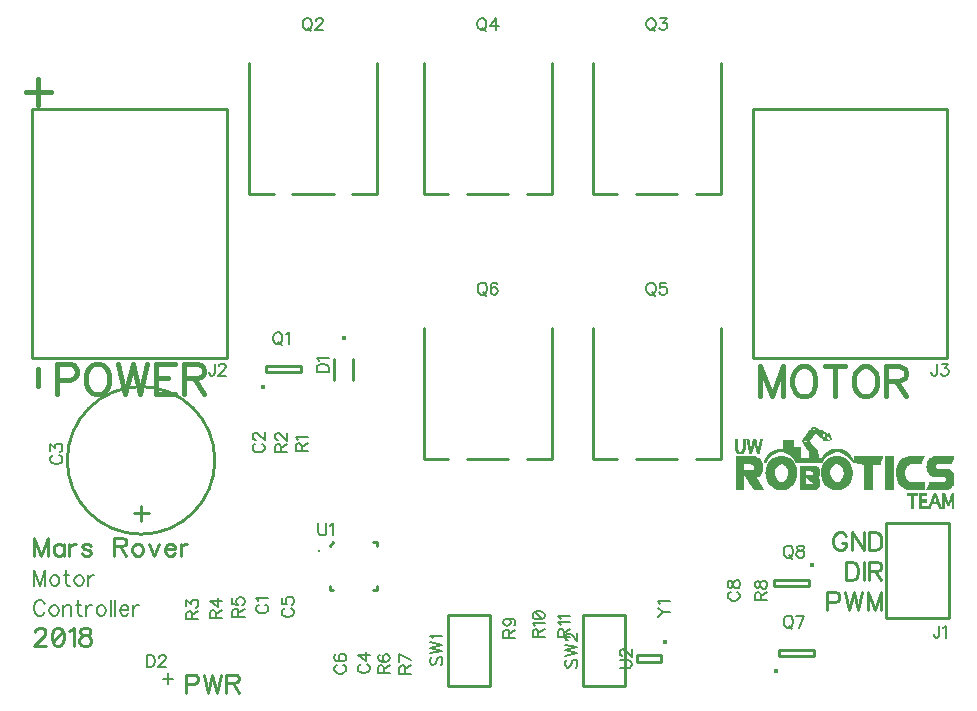
<source format=gbr>
G04 DipTrace 3.2.0.1*
G04 TopSilk.gbr*
%MOIN*%
G04 #@! TF.FileFunction,Legend,Top*
G04 #@! TF.Part,Single*
%ADD10C,0.009843*%
%ADD12C,0.003*%
%ADD24C,0.015749*%
%ADD31C,0.015404*%
%ADD34C,0.011801*%
%ADD38C,0.015405*%
%ADD41C,0.002989*%
%ADD81C,0.005906*%
%ADD82C,0.015439*%
%ADD83C,0.006176*%
%ADD84C,0.00772*%
%ADD85C,0.009264*%
%FSLAX26Y26*%
G04*
G70*
G90*
G75*
G01*
G04 TopSilk*
%LPD*%
X806201Y1500689D2*
D10*
G02X806201Y1500689I0J-246063D01*
G01*
X831004Y1077657D2*
X781398D1*
X806201Y1052854D2*
Y1102461D1*
X1512699Y1593462D2*
Y1522583D1*
X1449705Y1593462D2*
Y1522583D1*
D24*
X1481202Y1662352D3*
X3498967Y1044693D2*
D10*
X3290296D1*
Y729724D1*
X3498967D1*
Y1044693D1*
X1092520Y2425197D2*
X442913D1*
Y1594488D1*
X1092520D1*
Y2425197D1*
X2844488Y1594488D2*
X3494094D1*
Y2425197D1*
X2844488D1*
Y1594488D1*
D31*
X1212852Y1497743D3*
X1222053Y1547884D2*
D10*
X1340157D1*
Y1567570D1*
X1222053D1*
Y1547884D1*
X1593110Y2141341D2*
Y2578957D1*
X1165945Y2141341D2*
X1167013Y2578957D1*
Y2141468D2*
X1248260D1*
X1592042D2*
X1510795D1*
X1448258D2*
X1310797D1*
X2738780Y2141341D2*
Y2578957D1*
X2311614Y2141341D2*
X2312682Y2578957D1*
Y2141468D2*
X2393929D1*
X2737712D2*
X2656465D1*
X2593928D2*
X2456466D1*
X2175787Y2141341D2*
Y2578957D1*
X1748622Y2141341D2*
X1749690Y2578957D1*
Y2141468D2*
X1830937D1*
X2174719D2*
X2093473D1*
X2030936D2*
X1893474D1*
X2738780Y1259451D2*
Y1697067D1*
X2311614Y1259451D2*
X2312682Y1697067D1*
Y1259578D2*
X2393929D1*
X2737712D2*
X2656465D1*
X2593928D2*
X2456466D1*
X2175787Y1259451D2*
Y1697067D1*
X1748622Y1259451D2*
X1749690Y1697067D1*
Y1259578D2*
X1830937D1*
X2174719D2*
X2093473D1*
X2030936D2*
X1893474D1*
D31*
X2923057Y552220D3*
X2932257Y602362D2*
D10*
X3050362D1*
Y622047D1*
X2932257D1*
Y602362D1*
D31*
X3042660Y904473D3*
X3033459Y854331D2*
D10*
X2915354D1*
Y834646D1*
X3033459D1*
Y854331D1*
X1970659Y739485D2*
X1828927D1*
Y503250D1*
X1970659D1*
Y739485D1*
X2420612D2*
X2278879D1*
Y503250D1*
X2420612D1*
Y739485D1*
X1434981Y969282D2*
X1446760Y981103D1*
X1434981Y823622D2*
X1446760D1*
X1434981D2*
Y835442D1*
X1592536Y823622D2*
Y835442D1*
Y823622D2*
X1580692D1*
X1592536Y981103D2*
Y969282D1*
Y981103D2*
X1580692D1*
D34*
X1399404Y951570D3*
D38*
X2551642Y648227D3*
X2538502Y605955D2*
D10*
X2459762D1*
Y582295D1*
X2538502D1*
Y605955D1*
X3043155Y1366113D2*
D12*
X3052194D1*
X3040311Y1363116D2*
X3057151D1*
X3037687Y1360119D2*
X3043155D1*
X3052194D2*
X3062254D1*
X3035354Y1357122D2*
X3043155D1*
X3055183D2*
X3067576D1*
X3033167Y1354125D2*
X3072898D1*
X3030762Y1351101D2*
X3078001D1*
X3028429Y1348104D2*
X3083031D1*
X3026315Y1345107D2*
X3088134D1*
X3097173D2*
X3100162D1*
X3024128Y1342110D2*
X3049205D1*
X3058755D2*
X3076178D1*
X3085145D2*
X3100673D1*
X3021649Y1339113D2*
X3046289D1*
X3062838D2*
X3076178D1*
X3085145D2*
X3101475D1*
X3018952Y1336116D2*
X3043665D1*
X3067357D2*
X3076178D1*
X3085145D2*
X3102641D1*
X3016182Y1333119D2*
X3041405D1*
X3071513D2*
X3088425D1*
X3100746D2*
X3103953D1*
X3013776Y1330122D2*
X3039145D1*
X3074939D2*
X3089009D1*
X3101766D2*
X3105120D1*
X2785161Y1327125D2*
X2791139D1*
X2812134D2*
X2818185D1*
X2824163D2*
X2830141D1*
X2845158D2*
X2854198D1*
X2869142D2*
X2875193D1*
X3012026D2*
X3036666D1*
X3077636D2*
X3091706D1*
X3103151D2*
X3106140D1*
X2785161Y1324101D2*
X2791139D1*
X2812134D2*
X2818185D1*
X2824600D2*
X2830651D1*
X2845012D2*
X2854271D1*
X2869069D2*
X2874683D1*
D41*
X2971166Y1324114D3*
X2977180Y1324101D2*
D12*
X2980169D1*
X3011006D2*
X3033969D1*
X3079896D2*
X3095643D1*
X2785161Y1321104D2*
X2791139D1*
X2812134D2*
X2818185D1*
X2825402D2*
X2831380D1*
X2844648D2*
X2854635D1*
X2868632D2*
X2873954D1*
X2947145D2*
X2980169D1*
X3010641D2*
X3013193D1*
X3025148D2*
X3031126D1*
X3082156D2*
X3100162D1*
X2785161Y1318107D2*
X2791139D1*
X2812134D2*
X2818185D1*
X2826131D2*
X2832182D1*
X2843919D2*
X2855364D1*
X2867976D2*
X2873152D1*
X2947145D2*
X2980169D1*
X3010641D2*
X3013193D1*
X3025148D2*
X3033167D1*
X2785161Y1315110D2*
X2791139D1*
X2812134D2*
X2818185D1*
X2826714D2*
X2832692D1*
X2843190D2*
X2856166D1*
X2867174D2*
X2872641D1*
X2947145D2*
X2980169D1*
X3011880D2*
X3035208D1*
X2785161Y1312113D2*
X2791139D1*
X2812134D2*
X2818185D1*
X2827079D2*
X2832984D1*
X2842680D2*
X2856676D1*
X2866664D2*
X2872277D1*
X2947072D2*
X2980169D1*
X3013484D2*
X3037541D1*
X2785161Y1309116D2*
X2791139D1*
X2812134D2*
X2818185D1*
X2827589D2*
X2833057D1*
X2842388D2*
X2856968D1*
X2866372D2*
X2871767D1*
X2946635D2*
X2980169D1*
X3015307D2*
X3039874D1*
X2785161Y1306119D2*
X2791139D1*
X2812134D2*
X2818185D1*
X2828318D2*
X2833130D1*
X2842169D2*
X2845158D1*
X2850553D2*
X2857187D1*
X2866153D2*
X2870965D1*
X2945979D2*
X2980169D1*
X3017275D2*
X3042280D1*
X2785161Y1303122D2*
X2791139D1*
X2812134D2*
X2818185D1*
X2829120D2*
X2845158D1*
X2852302D2*
X2870163D1*
X2945177D2*
X2980169D1*
X3019608D2*
X3045196D1*
X2785161Y1300125D2*
X2791139D1*
X2812134D2*
X2818185D1*
X2829703D2*
X2845012D1*
X2853469D2*
X2869653D1*
X2944667D2*
X3001164D1*
X3021868D2*
X3048987D1*
X2785161Y1297101D2*
X2791285D1*
X2812062D2*
X2818185D1*
X2830068D2*
X2844648D1*
X2854344D2*
X2869288D1*
X2944375D2*
X3001164D1*
X3024055D2*
X3052704D1*
X2785307Y1294104D2*
X2791795D1*
X2811551D2*
X2818039D1*
X2830578D2*
X2843919D1*
X2855218D2*
X2868778D1*
X2944156D2*
X3001164D1*
X3026169D2*
X3055839D1*
X2785672Y1291107D2*
X2792962D1*
X2810312D2*
X2817675D1*
X2831380D2*
X2843190D1*
X2856093D2*
X2867976D1*
X2929868D2*
X3001164D1*
X3028502D2*
X3057151D1*
X3109129D2*
X3139164D1*
X2786474Y1288110D2*
X2794930D1*
X2808417D2*
X2816800D1*
X2832109D2*
X2842534D1*
X2856749D2*
X2867174D1*
X2918787D2*
X3001164D1*
X3030762D2*
X3058172D1*
X3102276D2*
X3146454D1*
X2787713Y1285113D2*
X2797190D1*
X2806157D2*
X2815561D1*
X2832692D2*
X2841805D1*
X2857551D2*
X2866664D1*
X2910695D2*
X3001164D1*
X3032365D2*
X3059193D1*
X3096226D2*
X3152796D1*
X2789317Y1282116D2*
X2813957D1*
X2832984D2*
X2840638D1*
X2858718D2*
X2866372D1*
X2904717D2*
X2923890D1*
X2953123D2*
X3001164D1*
X3033313D2*
X3060067D1*
X3091123D2*
X3112774D1*
X3138070D2*
X3157972D1*
X2791139Y1279119D2*
X2812134D1*
X2833130D2*
X2839180D1*
X2860176D2*
X2866153D1*
X2900271D2*
X2916600D1*
X2959028D2*
X3001164D1*
X3033678D2*
X3060651D1*
X3086749D2*
X3105120D1*
X3144996D2*
X3162200D1*
X2896698Y1276122D2*
X2910841D1*
X2964568D2*
X3001164D1*
X3033532D2*
X3061088D1*
X3083322D2*
X3098631D1*
X3150755D2*
X3165627D1*
X2893855Y1273125D2*
X2906321D1*
X2969307D2*
X3001164D1*
X3032876D2*
X3061671D1*
X3080698D2*
X3093383D1*
X3155421D2*
X3168470D1*
X2788150Y1270101D2*
X2848147D1*
X2891523D2*
X2902749D1*
X2932128D2*
X2947145D1*
X2973243D2*
X3001164D1*
X3032001D2*
X3062765D1*
X3078365D2*
X3089227D1*
X3115180D2*
X3133186D1*
X3159284D2*
X3170802D1*
X3184143D2*
X3277164D1*
X3286130D2*
X3313176D1*
X3367195D2*
X3415163D1*
X3448187D2*
X3514161D1*
X2788150Y1267104D2*
X2854927D1*
X2889700D2*
X2899833D1*
X2923526D2*
X2955456D1*
X2976305D2*
X3001164D1*
X3031126D2*
X3064150D1*
X3076178D2*
X3086093D1*
X3107015D2*
X3141351D1*
X3162346D2*
X3172625D1*
X3184143D2*
X3275997D1*
X3286130D2*
X3313176D1*
X3357499D2*
X3413997D1*
X3442428D2*
X3513724D1*
X2788150Y1264107D2*
X2860540D1*
X2888023D2*
X2897427D1*
X2916309D2*
X2962308D1*
X2978711D2*
X3083614D1*
X3100527D2*
X3147839D1*
X3164825D2*
X3174302D1*
X3184143D2*
X3274758D1*
X3286130D2*
X3313176D1*
X3349772D2*
X3412758D1*
X3437689D2*
X3512922D1*
X2788150Y1261110D2*
X2864914D1*
X2886420D2*
X2895313D1*
X2910622D2*
X2967776D1*
X2980606D2*
X3081719D1*
X3095643D2*
X3152723D1*
X3167012D2*
X3175760D1*
X3184143D2*
X3273446D1*
X3286130D2*
X3313176D1*
X3343867D2*
X3411372D1*
X3433899D2*
X3512047D1*
X2788150Y1258113D2*
X2868195D1*
X2884962D2*
X2893272D1*
X2906248D2*
X2972077D1*
X2982283D2*
X3080042D1*
X3091779D2*
X3156587D1*
X3169126D2*
X3177072D1*
X3184143D2*
X3272279D1*
X3286130D2*
X3313176D1*
X3339420D2*
X3409914D1*
X3431055D2*
X3511173D1*
X2788150Y1255116D2*
X2870600D1*
X2883504D2*
X2891814D1*
X2902749D2*
X2975212D1*
X2983814D2*
X3078511D1*
X3088425D2*
X3159795D1*
X3171531D2*
X3178165D1*
X3184143D2*
X3271259D1*
X3286130D2*
X3313176D1*
X3336140D2*
X3408529D1*
X3429014D2*
X3510006D1*
X2788150Y1252119D2*
X2872496D1*
X2882264D2*
X2890866D1*
X2899833D2*
X2977763D1*
X2985053D2*
X3077272D1*
X3085364D2*
X3162565D1*
X3174375D2*
X3270165D1*
X3286130D2*
X3313176D1*
X3333588D2*
X3407436D1*
X3427556D2*
X3508694D1*
X2788150Y1249122D2*
X2873808D1*
X2881171D2*
X2890137D1*
X2897573D2*
X2980023D1*
X2986147D2*
X3076178D1*
X3082666D2*
X3164825D1*
X3183779D2*
X3269290D1*
X3286130D2*
X3313176D1*
X3331401D2*
X3406707D1*
X3426317D2*
X3507017D1*
X2788150Y1246125D2*
X2874537D1*
X2895678D2*
X2981991D1*
X3080552D2*
X3166647D1*
X3198723D2*
X3268634D1*
X3286130D2*
X3313176D1*
X3329724D2*
X3406197D1*
X3425296D2*
X3505195D1*
X2788150Y1243101D2*
X2812134D1*
X2841440D2*
X2875047D1*
X2894001D2*
X2932784D1*
X2946562D2*
X2983595D1*
X3078803D2*
X3114815D1*
X3132457D2*
X3168324D1*
X3217167D2*
X3241151D1*
X3286130D2*
X3313176D1*
X3328412D2*
X3364862D1*
X3424713D2*
X3454748D1*
X2788150Y1240104D2*
X2812134D1*
X2845668D2*
X2875557D1*
X2892543D2*
X2928118D1*
X2951228D2*
X2984980D1*
X3077490D2*
X3111462D1*
X3136831D2*
X3169782D1*
X3217167D2*
X3241151D1*
X3286130D2*
X3313176D1*
X3327246D2*
X3360488D1*
X3424422D2*
X3452998D1*
X2788150Y1237107D2*
X2812134D1*
X2848949D2*
X2876214D1*
X2891450D2*
X2924473D1*
X2954800D2*
X2986074D1*
X3001164D2*
X3055183D1*
X3076689D2*
X3108546D1*
X3139966D2*
X3170875D1*
X3217167D2*
X3241151D1*
X3286130D2*
X3313176D1*
X3326298D2*
X3357354D1*
X3424276D2*
X3451832D1*
X2788150Y1234110D2*
X2812134D1*
X2849970D2*
X2876651D1*
X2890721D2*
X2921849D1*
X2957497D2*
X2987094D1*
X3001164D2*
X3058974D1*
X3075887D2*
X3106140D1*
X3142226D2*
X3171677D1*
X3217167D2*
X3241151D1*
X3286130D2*
X3313176D1*
X3325569D2*
X3355094D1*
X3424203D2*
X3451832D1*
X2788150Y1231113D2*
X2812134D1*
X2849532D2*
X2876432D1*
X2890283D2*
X2919881D1*
X2959392D2*
X2988042D1*
X3001164D2*
X3061671D1*
X3075012D2*
X3104245D1*
X3143757D2*
X3172406D1*
X3217167D2*
X3241151D1*
X3286130D2*
X3313176D1*
X3324913D2*
X3353563D1*
X3424276D2*
X3453071D1*
X2788150Y1228116D2*
X2812134D1*
X2848876D2*
X2875995D1*
X2889773D2*
X2918423D1*
X2960778D2*
X2988625D1*
X3001164D2*
X3063494D1*
X3074210D2*
X3102641D1*
X3144996D2*
X3173281D1*
X3217167D2*
X3241151D1*
X3286130D2*
X3313176D1*
X3324038D2*
X3352323D1*
X3424640D2*
X3454967D1*
X2788150Y1225119D2*
X2812134D1*
X2848147D2*
X2875557D1*
X2888971D2*
X2917329D1*
X2961507D2*
X2988917D1*
X3001164D2*
X3064879D1*
X3073700D2*
X3101475D1*
X3146089D2*
X3174083D1*
X3217167D2*
X3241151D1*
X3286130D2*
X3313176D1*
X3323236D2*
X3351230D1*
X3425369D2*
X3496155D1*
X2788150Y1222122D2*
X2875193D1*
X2888169D2*
X2916236D1*
X2961871D2*
X2989063D1*
X3001164D2*
X3065972D1*
X3073408D2*
X3100746D1*
X3147037D2*
X3174666D1*
X3217167D2*
X3241151D1*
X3286130D2*
X3313176D1*
X3322653D2*
X3350282D1*
X3426244D2*
X3501477D1*
X2788150Y1219125D2*
X2874756D1*
X2887659D2*
X2915288D1*
X2962090D2*
X2989136D1*
X3001164D2*
X3019170D1*
X3041842D2*
X3066628D1*
X3073262D2*
X3100381D1*
X3147620D2*
X3174958D1*
X3217167D2*
X3241151D1*
X3286130D2*
X3313176D1*
X3322362D2*
X3349699D1*
X3427265D2*
X3505851D1*
X2788150Y1216101D2*
X2873808D1*
X2887367D2*
X2914778D1*
X2962090D2*
X2989136D1*
X3001164D2*
X3019170D1*
X3045633D2*
X3066774D1*
X3073189D2*
X3100235D1*
X3147912D2*
X3175104D1*
X3217167D2*
X3241151D1*
X3286130D2*
X3313176D1*
X3322216D2*
X3349407D1*
X3428796D2*
X3508986D1*
X2788150Y1213104D2*
X2872569D1*
X2887367D2*
X2914851D1*
X2962163D2*
X2989136D1*
X3001164D2*
X3019170D1*
X3047164D2*
X3066555D1*
X3073189D2*
X3100308D1*
X3148058D2*
X3175104D1*
X3217167D2*
X3241151D1*
X3286130D2*
X3313176D1*
X3322216D2*
X3349262D1*
X3431055D2*
X3511173D1*
X2788150Y1210107D2*
X2870673D1*
X2887659D2*
X2915507D1*
X2962163D2*
X2989136D1*
X3001164D2*
X3019170D1*
X3046143D2*
X3065826D1*
X3073189D2*
X3100673D1*
X3147985D2*
X3175031D1*
X3217167D2*
X3241151D1*
X3286130D2*
X3313176D1*
X3322289D2*
X3349335D1*
X3434044D2*
X3512703D1*
X2788150Y1207110D2*
X2867903D1*
X2888388D2*
X2916309D1*
X2962017D2*
X2989136D1*
X3001164D2*
X3064660D1*
X3073189D2*
X3101402D1*
X3147620D2*
X3174666D1*
X3217167D2*
X3241151D1*
X3286130D2*
X3313176D1*
X3322653D2*
X3349699D1*
X3437908D2*
X3513505D1*
X2788150Y1204113D2*
X2812134D1*
X2817675D2*
X2864039D1*
X2889117D2*
X2917183D1*
X2961652D2*
X2989063D1*
X3001164D2*
X3063567D1*
X3073262D2*
X3102276D1*
X3146818D2*
X3173937D1*
X3217167D2*
X3241151D1*
X3286130D2*
X3313176D1*
X3323382D2*
X3350428D1*
X3442136D2*
X3513870D1*
X2788150Y1201116D2*
X2812134D1*
X2819935D2*
X2859301D1*
X2889700D2*
X2918277D1*
X2960850D2*
X2988698D1*
X3001164D2*
X3062619D1*
X3073627D2*
X3103151D1*
X3145652D2*
X3173135D1*
X3217167D2*
X3241151D1*
X3286130D2*
X3313176D1*
X3324184D2*
X3351303D1*
X3484054D2*
X3514089D1*
X2788150Y1198119D2*
X2812134D1*
X2822049D2*
X2854198D1*
X2890065D2*
X2919662D1*
X2959538D2*
X2987896D1*
X3001164D2*
X3062983D1*
X3074356D2*
X3104318D1*
X3144340D2*
X3172552D1*
X3217167D2*
X3241151D1*
X3286130D2*
X3313176D1*
X3324694D2*
X3352323D1*
X3486532D2*
X3514089D1*
X2788150Y1195122D2*
X2812134D1*
X2824163D2*
X2856676D1*
X2890575D2*
X2921484D1*
X2957789D2*
X2987022D1*
X3001164D2*
X3019170D1*
X3025804D2*
X3063858D1*
X3075231D2*
X3105849D1*
X3142736D2*
X3171896D1*
X3217167D2*
X3241151D1*
X3286130D2*
X3313176D1*
X3325059D2*
X3353781D1*
X3488574D2*
X3514161D1*
X2788150Y1192125D2*
X2812134D1*
X2826131D2*
X2858936D1*
X2891450D2*
X2923744D1*
X2955529D2*
X2986147D1*
X3001164D2*
X3019170D1*
X3028502D2*
X3064952D1*
X3076178D2*
X3108036D1*
X3140913D2*
X3171021D1*
X3217167D2*
X3241151D1*
X3286130D2*
X3313176D1*
X3325569D2*
X3355896D1*
X3489157D2*
X3514161D1*
X2788150Y1189101D2*
X2812134D1*
X2828172D2*
X2861050D1*
X2892616D2*
X2926369D1*
X2952904D2*
X2985053D1*
X3001164D2*
X3019170D1*
X3034261D2*
X3065972D1*
X3077272D2*
X3111316D1*
X3138654D2*
X3170073D1*
X3217167D2*
X3241151D1*
X3286130D2*
X3313176D1*
X3326444D2*
X3358447D1*
X3488063D2*
X3514161D1*
X2788150Y1186104D2*
X2812134D1*
X2830214D2*
X2863164D1*
X2894001D2*
X2929139D1*
X2950134D2*
X2983741D1*
X3001164D2*
X3019170D1*
X3039582D2*
X3066628D1*
X3078657D2*
X3115180D1*
X3136175D2*
X3169053D1*
X3217167D2*
X3241151D1*
X3286130D2*
X3313176D1*
X3327683D2*
X3361290D1*
X3486314D2*
X3514161D1*
X2788150Y1183107D2*
X2812134D1*
X2832182D2*
X2865060D1*
X2895532D2*
X2982356D1*
X3001164D2*
X3019170D1*
X3043373D2*
X3066920D1*
X3080334D2*
X3167668D1*
X3217167D2*
X3241151D1*
X3286130D2*
X3313176D1*
X3328995D2*
X3415163D1*
X3433170D2*
X3514016D1*
X2788150Y1180110D2*
X2812134D1*
X2834150D2*
X2866737D1*
X2897427D2*
X2980752D1*
X3001164D2*
X3019170D1*
X3046143D2*
X3067066D1*
X3082302D2*
X3165918D1*
X3217167D2*
X3241151D1*
X3286130D2*
X3313176D1*
X3330599D2*
X3415163D1*
X3432149D2*
X3513651D1*
X2788150Y1177113D2*
X2812134D1*
X2836191D2*
X2868486D1*
X2899760D2*
X2978857D1*
X3001164D2*
X3066993D1*
X3084197D2*
X3164023D1*
X3217167D2*
X3241151D1*
X3286130D2*
X3313176D1*
X3332422D2*
X3415163D1*
X3431128D2*
X3512849D1*
X2788150Y1174116D2*
X2812134D1*
X2838160D2*
X2870309D1*
X2902458D2*
X2976524D1*
X3001164D2*
X3066628D1*
X3086384D2*
X3161909D1*
X3217167D2*
X3241151D1*
X3286130D2*
X3313176D1*
X3334755D2*
X3415163D1*
X3430181D2*
X3511537D1*
X2788150Y1171119D2*
X2812134D1*
X2840128D2*
X2872204D1*
X2905374D2*
X2973754D1*
X3001164D2*
X3065826D1*
X3089300D2*
X3158993D1*
X3217167D2*
X3241151D1*
X3286130D2*
X3313176D1*
X3337525D2*
X3415163D1*
X3429014D2*
X3509787D1*
X2788150Y1168122D2*
X2812134D1*
X2842169D2*
X2874027D1*
X2908946D2*
X2970327D1*
X3001164D2*
X3064441D1*
X3093383D2*
X3154983D1*
X3217167D2*
X3241151D1*
X3286130D2*
X3313176D1*
X3341024D2*
X3415163D1*
X3427775D2*
X3507382D1*
X2788150Y1165125D2*
X2812134D1*
X2844138D2*
X2875703D1*
X2913611D2*
X2965735D1*
X3001164D2*
X3062254D1*
X3098704D2*
X3149661D1*
X3217167D2*
X3241151D1*
X3286130D2*
X3313176D1*
X3345617D2*
X3415163D1*
X3426463D2*
X3504320D1*
X2788150Y1162101D2*
X2812134D1*
X2846106D2*
X2877015D1*
X2919516D2*
X2959757D1*
X3001164D2*
X3058974D1*
X3105120D2*
X3143173D1*
X3217167D2*
X3241151D1*
X3286130D2*
X3313176D1*
X3351522D2*
X3415163D1*
X3425223D2*
X3500456D1*
X2788150Y1159104D2*
X2812134D1*
X2848147D2*
X2878182D1*
X2926150D2*
X2953196D1*
X3001164D2*
X3055183D1*
X3112191D2*
X3136175D1*
X3217167D2*
X3241151D1*
X3286130D2*
X3313176D1*
X3358155D2*
X3415163D1*
X3424130D2*
X3496155D1*
X3358155Y1147116D2*
X3394168D1*
X3400146D2*
X3424130D1*
X3448187D2*
X3454165D1*
X3475160D2*
X3481138D1*
X3508184D2*
X3514161D1*
X3358155Y1144119D2*
X3394168D1*
X3400146D2*
X3424130D1*
X3447021D2*
X3455185D1*
X3475160D2*
X3483033D1*
X3507090D2*
X3514161D1*
X3358155Y1141122D2*
X3394168D1*
X3400146D2*
X3424130D1*
X3445708D2*
X3456206D1*
X3475160D2*
X3484637D1*
X3506142D2*
X3514161D1*
X3373173Y1138125D2*
X3379151D1*
X3400146D2*
X3406197D1*
X3444469D2*
X3457154D1*
X3475160D2*
X3485949D1*
X3505195D2*
X3514161D1*
X3373173Y1135101D2*
X3379151D1*
X3400146D2*
X3406197D1*
X3443303D2*
X3458174D1*
X3475160D2*
X3487043D1*
X3504174D2*
X3514161D1*
X3373173Y1132104D2*
X3379151D1*
X3400146D2*
X3406197D1*
X3442209D2*
X3459195D1*
X3475160D2*
X3488209D1*
X3503154D2*
X3514161D1*
X3373173Y1129107D2*
X3379151D1*
X3400146D2*
X3406197D1*
X3441189D2*
X3448770D1*
X3454311D2*
X3460143D1*
X3475160D2*
X3489521D1*
X3502206D2*
X3514161D1*
X3373173Y1126110D2*
X3379151D1*
X3400146D2*
X3421141D1*
X3440168D2*
X3447021D1*
X3454748D2*
X3461309D1*
X3475160D2*
X3490906D1*
X3501112D2*
X3514161D1*
X3373173Y1123113D2*
X3379151D1*
X3400146D2*
X3421141D1*
X3439147D2*
X3445927D1*
X3455769D2*
X3462548D1*
X3475160D2*
X3492073D1*
X3500092D2*
X3514161D1*
X3373173Y1120116D2*
X3379151D1*
X3400146D2*
X3421141D1*
X3438054D2*
X3445125D1*
X3457154D2*
X3463860D1*
X3475160D2*
X3481138D1*
X3487261D2*
X3493166D1*
X3499144D2*
X3514161D1*
X3373173Y1117119D2*
X3379151D1*
X3400146D2*
X3406197D1*
X3436742D2*
X3465027D1*
X3475160D2*
X3481138D1*
X3487699D2*
X3502060D1*
X3508184D2*
X3514161D1*
X3373173Y1114122D2*
X3379151D1*
X3400146D2*
X3406197D1*
X3435429D2*
X3466047D1*
X3475160D2*
X3481138D1*
X3488501D2*
X3501696D1*
X3508184D2*
X3514161D1*
X3373173Y1111125D2*
X3379151D1*
X3400146D2*
X3406197D1*
X3434409D2*
X3467141D1*
X3475160D2*
X3481138D1*
X3489740D2*
X3500894D1*
X3508184D2*
X3514161D1*
X3373173Y1108101D2*
X3379151D1*
X3400146D2*
X3406197D1*
X3433680D2*
X3438710D1*
X3460653D2*
X3468089D1*
X3475160D2*
X3481138D1*
X3491344D2*
X3500019D1*
X3508184D2*
X3514161D1*
X3373173Y1105104D2*
X3379151D1*
X3400146D2*
X3406197D1*
X3433170D2*
X3437981D1*
X3461528D2*
X3468672D1*
X3475160D2*
X3481138D1*
X3493166D2*
X3499144D1*
X3508184D2*
X3514161D1*
X3373173Y1102107D2*
X3379151D1*
X3400146D2*
X3437179D1*
X3462767D2*
X3469182D1*
X3475160D2*
X3481138D1*
X3508184D2*
X3514161D1*
X3373173Y1099110D2*
X3379151D1*
X3400146D2*
X3436596D1*
X3464371D2*
X3481138D1*
X3508184D2*
X3514161D1*
X3373173Y1096113D2*
X3379151D1*
X3400146D2*
X3436158D1*
X3466193D2*
X3481138D1*
X3508184D2*
X3514161D1*
X3043155Y1366113D2*
X3040311Y1363116D1*
X3037687Y1360119D1*
X3035354Y1357122D1*
X3033167Y1354125D1*
X3030762Y1351101D1*
X3028429Y1348104D1*
X3026315Y1345107D1*
X3024128Y1342110D1*
X3021649Y1339113D1*
X3018952Y1336116D1*
X3016182Y1333119D1*
X3013776Y1330122D1*
X3012026Y1327125D1*
X3011006Y1324101D1*
X3010641Y1321104D1*
Y1318107D1*
X3011880Y1315110D1*
X3013484Y1312113D1*
X3015307Y1309116D1*
X3017275Y1306119D1*
X3019608Y1303122D1*
X3021868Y1300125D1*
X3024055Y1297101D1*
X3026169Y1294104D1*
X3028502Y1291107D1*
X3030762Y1288110D1*
X3032365Y1285113D1*
X3033313Y1282116D1*
X3033678Y1279119D1*
X3033532Y1276122D1*
X3032876Y1273125D1*
X3032001Y1270101D1*
X3031126Y1267104D1*
X3052194Y1366113D2*
X3057151Y1363116D1*
X3062254Y1360119D1*
X3067576Y1357122D1*
X3072898Y1354125D1*
X3078001Y1351101D1*
X3083031Y1348104D1*
X3088134Y1345107D1*
X3043155Y1363116D2*
Y1360119D1*
Y1357122D1*
X3049132Y1363116D2*
X3052194Y1360119D1*
X3055183Y1357122D1*
X3100162Y1345107D2*
X3100673Y1342110D1*
X3101475Y1339113D1*
X3102641Y1336116D1*
X3103953Y1333119D1*
X3105120Y1330122D1*
X3106140Y1327125D1*
X3052194Y1345107D2*
X3049205Y1342110D1*
X3046289Y1339113D1*
X3043665Y1336116D1*
X3041405Y1333119D1*
X3039145Y1330122D1*
X3036666Y1327125D1*
X3033969Y1324101D1*
X3031126Y1321104D1*
X3033167Y1318107D1*
X3035208Y1315110D1*
X3037541Y1312113D1*
X3039874Y1309116D1*
X3042280Y1306119D1*
X3045196Y1303122D1*
X3048987Y1300125D1*
X3052704Y1297101D1*
X3055839Y1294104D1*
X3057151Y1291107D1*
X3058172Y1288110D1*
X3059193Y1285113D1*
X3060067Y1282116D1*
X3060651Y1279119D1*
X3061088Y1276122D1*
X3061671Y1273125D1*
X3062765Y1270101D1*
X3064150Y1267104D1*
X3055183Y1345107D2*
X3058755Y1342110D1*
X3062838Y1339113D1*
X3067357Y1336116D1*
X3071513Y1333119D1*
X3074939Y1330122D1*
X3077636Y1327125D1*
X3079896Y1324101D1*
X3082156Y1321104D1*
X3076178Y1345107D2*
Y1342110D1*
Y1339113D1*
Y1336116D1*
X3085145Y1345107D2*
Y1342110D1*
Y1339113D1*
Y1336116D1*
X3088134D2*
X3088425Y1333119D1*
X3089009Y1330122D1*
X3091706Y1327125D1*
X3095643Y1324101D1*
X3100162Y1321104D1*
Y1336116D2*
X3100746Y1333119D1*
X3101766Y1330122D1*
X3103151Y1327125D1*
X2785161D2*
Y1324101D1*
Y1321104D1*
Y1318107D1*
Y1315110D1*
Y1312113D1*
Y1309116D1*
Y1306119D1*
Y1303122D1*
Y1300125D1*
Y1297101D1*
X2785307Y1294104D1*
X2785672Y1291107D1*
X2786474Y1288110D1*
X2787713Y1285113D1*
X2789317Y1282116D1*
X2791139Y1279119D1*
Y1327125D2*
Y1324101D1*
Y1321104D1*
Y1318107D1*
Y1315110D1*
Y1312113D1*
Y1309116D1*
Y1306119D1*
Y1303122D1*
Y1300125D1*
X2791285Y1297101D1*
X2791795Y1294104D1*
X2792962Y1291107D1*
X2794930Y1288110D1*
X2797190Y1285113D1*
X2812134Y1327125D2*
Y1324101D1*
Y1321104D1*
Y1318107D1*
Y1315110D1*
Y1312113D1*
Y1309116D1*
Y1306119D1*
Y1303122D1*
Y1300125D1*
X2812062Y1297101D1*
X2811551Y1294104D1*
X2810312Y1291107D1*
X2808417Y1288110D1*
X2806157Y1285113D1*
X2818185Y1327125D2*
Y1324101D1*
Y1321104D1*
Y1318107D1*
Y1315110D1*
Y1312113D1*
Y1309116D1*
Y1306119D1*
Y1303122D1*
Y1300125D1*
Y1297101D1*
X2818039Y1294104D1*
X2817675Y1291107D1*
X2816800Y1288110D1*
X2815561Y1285113D1*
X2813957Y1282116D1*
X2812134Y1279119D1*
X2824163Y1327125D2*
X2824600Y1324101D1*
X2825402Y1321104D1*
X2826131Y1318107D1*
X2826714Y1315110D1*
X2827079Y1312113D1*
X2827589Y1309116D1*
X2828318Y1306119D1*
X2829120Y1303122D1*
X2829703Y1300125D1*
X2830068Y1297101D1*
X2830578Y1294104D1*
X2831380Y1291107D1*
X2832109Y1288110D1*
X2832692Y1285113D1*
X2832984Y1282116D1*
X2833130Y1279119D1*
X2830141Y1327125D2*
X2830651Y1324101D1*
X2831380Y1321104D1*
X2832182Y1318107D1*
X2832692Y1315110D1*
X2832984Y1312113D1*
X2833057Y1309116D1*
X2833130Y1306119D1*
X2845158Y1327125D2*
X2845012Y1324101D1*
X2844648Y1321104D1*
X2843919Y1318107D1*
X2843190Y1315110D1*
X2842680Y1312113D1*
X2842388Y1309116D1*
X2842169Y1306119D1*
X2854198Y1327125D2*
X2854271Y1324101D1*
X2854635Y1321104D1*
X2855364Y1318107D1*
X2856166Y1315110D1*
X2856676Y1312113D1*
X2856968Y1309116D1*
X2857187Y1306119D1*
X2869142Y1327125D2*
X2869069Y1324101D1*
X2868632Y1321104D1*
X2867976Y1318107D1*
X2867174Y1315110D1*
X2866664Y1312113D1*
X2866372Y1309116D1*
X2866153Y1306119D1*
X2875193Y1327125D2*
X2874683Y1324101D1*
X2873954Y1321104D1*
X2873152Y1318107D1*
X2872641Y1315110D1*
X2872277Y1312113D1*
X2871767Y1309116D1*
X2870965Y1306119D1*
X2870163Y1303122D1*
X2869653Y1300125D1*
X2869288Y1297101D1*
X2868778Y1294104D1*
X2867976Y1291107D1*
X2867174Y1288110D1*
X2866664Y1285113D1*
X2866372Y1282116D1*
X2866153Y1279119D1*
X2971129Y1324101D2*
X2947145Y1321104D1*
Y1318107D1*
Y1315110D1*
X2947072Y1312113D1*
X2946635Y1309116D1*
X2945979Y1306119D1*
X2945177Y1303122D1*
X2944667Y1300125D1*
X2944375Y1297101D1*
X2944156Y1294104D1*
X2929868Y1291107D1*
X2918787Y1288110D1*
X2910695Y1285113D1*
X2904717Y1282116D1*
X2900271Y1279119D1*
X2896698Y1276122D1*
X2893855Y1273125D1*
X2891523Y1270101D1*
X2889700Y1267104D1*
X2888023Y1264107D1*
X2886420Y1261110D1*
X2884962Y1258113D1*
X2883504Y1255116D1*
X2882264Y1252119D1*
X2881171Y1249122D1*
X2980169Y1324101D2*
Y1321104D1*
Y1318107D1*
Y1315110D1*
Y1312113D1*
Y1309116D1*
Y1306119D1*
Y1303122D1*
Y1300125D1*
X3001164D1*
Y1297101D1*
Y1294104D1*
Y1291107D1*
Y1288110D1*
Y1285113D1*
Y1282116D1*
Y1279119D1*
Y1276122D1*
Y1273125D1*
Y1270101D1*
Y1267104D1*
X3013193Y1324101D2*
Y1321104D1*
Y1318107D1*
X3025148Y1324101D2*
Y1321104D1*
Y1318107D1*
X2845158Y1309116D2*
Y1306119D1*
Y1303122D1*
X2845012Y1300125D1*
X2844648Y1297101D1*
X2843919Y1294104D1*
X2843190Y1291107D1*
X2842534Y1288110D1*
X2841805Y1285113D1*
X2840638Y1282116D1*
X2839180Y1279119D1*
X2848147Y1309116D2*
X2850553Y1306119D1*
X2852302Y1303122D1*
X2853469Y1300125D1*
X2854344Y1297101D1*
X2855218Y1294104D1*
X2856093Y1291107D1*
X2856749Y1288110D1*
X2857551Y1285113D1*
X2858718Y1282116D1*
X2860176Y1279119D1*
X3109129Y1291107D2*
X3102276Y1288110D1*
X3096226Y1285113D1*
X3091123Y1282116D1*
X3086749Y1279119D1*
X3083322Y1276122D1*
X3080698Y1273125D1*
X3078365Y1270101D1*
X3076178Y1267104D1*
X3139164Y1291107D2*
X3146454Y1288110D1*
X3152796Y1285113D1*
X3157972Y1282116D1*
X3162200Y1279119D1*
X3165627Y1276122D1*
X3168470Y1273125D1*
X3170802Y1270101D1*
X3172625Y1267104D1*
X3174302Y1264107D1*
X3175760Y1261110D1*
X3177072Y1258113D1*
X3178165Y1255116D1*
X2932128Y1285113D2*
X2923890Y1282116D1*
X2916600Y1279119D1*
X2910841Y1276122D1*
X2906321Y1273125D1*
X2902749Y1270101D1*
X2899833Y1267104D1*
X2897427Y1264107D1*
X2895313Y1261110D1*
X2893272Y1258113D1*
X2891814Y1255116D1*
X2890866Y1252119D1*
X2890137Y1249122D1*
X2947145Y1285113D2*
X2953123Y1282116D1*
X2959028Y1279119D1*
X2964568Y1276122D1*
X2969307Y1273125D1*
X2973243Y1270101D1*
X2976305Y1267104D1*
X2978711Y1264107D1*
X2980606Y1261110D1*
X2982283Y1258113D1*
X2983814Y1255116D1*
X2985053Y1252119D1*
X2986147Y1249122D1*
X3121158Y1285113D2*
X3112774Y1282116D1*
X3105120Y1279119D1*
X3098631Y1276122D1*
X3093383Y1273125D1*
X3089227Y1270101D1*
X3086093Y1267104D1*
X3083614Y1264107D1*
X3081719Y1261110D1*
X3080042Y1258113D1*
X3078511Y1255116D1*
X3077272Y1252119D1*
X3076178Y1249122D1*
X3130197Y1285113D2*
X3138070Y1282116D1*
X3144996Y1279119D1*
X3150755Y1276122D1*
X3155421Y1273125D1*
X3159284Y1270101D1*
X3162346Y1267104D1*
X3164825Y1264107D1*
X3167012Y1261110D1*
X3169126Y1258113D1*
X3171531Y1255116D1*
X3174375Y1252119D1*
X3183779Y1249122D1*
X3198723Y1246125D1*
X3217167Y1243101D1*
Y1240104D1*
Y1237107D1*
Y1234110D1*
Y1231113D1*
Y1228116D1*
Y1225119D1*
Y1222122D1*
Y1219125D1*
Y1216101D1*
Y1213104D1*
Y1210107D1*
Y1207110D1*
Y1204113D1*
Y1201116D1*
Y1198119D1*
Y1195122D1*
Y1192125D1*
Y1189101D1*
Y1186104D1*
Y1183107D1*
Y1180110D1*
Y1177113D1*
Y1174116D1*
Y1171119D1*
Y1168122D1*
Y1165125D1*
Y1162101D1*
Y1159104D1*
X2788150Y1270101D2*
Y1267104D1*
Y1264107D1*
Y1261110D1*
Y1258113D1*
Y1255116D1*
Y1252119D1*
Y1249122D1*
Y1246125D1*
Y1243101D1*
Y1240104D1*
Y1237107D1*
Y1234110D1*
Y1231113D1*
Y1228116D1*
Y1225119D1*
Y1222122D1*
Y1219125D1*
Y1216101D1*
Y1213104D1*
Y1210107D1*
Y1207110D1*
Y1204113D1*
Y1201116D1*
Y1198119D1*
Y1195122D1*
Y1192125D1*
Y1189101D1*
Y1186104D1*
Y1183107D1*
Y1180110D1*
Y1177113D1*
Y1174116D1*
Y1171119D1*
Y1168122D1*
Y1165125D1*
Y1162101D1*
Y1159104D1*
X2848147Y1270101D2*
X2854927Y1267104D1*
X2860540Y1264107D1*
X2864914Y1261110D1*
X2868195Y1258113D1*
X2870600Y1255116D1*
X2872496Y1252119D1*
X2873808Y1249122D1*
X2874537Y1246125D1*
X2875047Y1243101D1*
X2875557Y1240104D1*
X2876214Y1237107D1*
X2876651Y1234110D1*
X2876432Y1231113D1*
X2875995Y1228116D1*
X2875557Y1225119D1*
X2875193Y1222122D1*
X2874756Y1219125D1*
X2873808Y1216101D1*
X2872569Y1213104D1*
X2870673Y1210107D1*
X2867903Y1207110D1*
X2864039Y1204113D1*
X2859301Y1201116D1*
X2854198Y1198119D1*
X2856676Y1195122D1*
X2858936Y1192125D1*
X2861050Y1189101D1*
X2863164Y1186104D1*
X2865060Y1183107D1*
X2866737Y1180110D1*
X2868486Y1177113D1*
X2870309Y1174116D1*
X2872204Y1171119D1*
X2874027Y1168122D1*
X2875703Y1165125D1*
X2877015Y1162101D1*
X2878182Y1159104D1*
X2932128Y1270101D2*
X2923526Y1267104D1*
X2916309Y1264107D1*
X2910622Y1261110D1*
X2906248Y1258113D1*
X2902749Y1255116D1*
X2899833Y1252119D1*
X2897573Y1249122D1*
X2895678Y1246125D1*
X2894001Y1243101D1*
X2892543Y1240104D1*
X2891450Y1237107D1*
X2890721Y1234110D1*
X2890283Y1231113D1*
X2889773Y1228116D1*
X2888971Y1225119D1*
X2888169Y1222122D1*
X2887659Y1219125D1*
X2887367Y1216101D1*
Y1213104D1*
X2887659Y1210107D1*
X2888388Y1207110D1*
X2889117Y1204113D1*
X2889700Y1201116D1*
X2890065Y1198119D1*
X2890575Y1195122D1*
X2891450Y1192125D1*
X2892616Y1189101D1*
X2894001Y1186104D1*
X2895532Y1183107D1*
X2897427Y1180110D1*
X2899760Y1177113D1*
X2902458Y1174116D1*
X2905374Y1171119D1*
X2908946Y1168122D1*
X2913611Y1165125D1*
X2919516Y1162101D1*
X2926150Y1159104D1*
X2947145Y1270101D2*
X2955456Y1267104D1*
X2962308Y1264107D1*
X2967776Y1261110D1*
X2972077Y1258113D1*
X2975212Y1255116D1*
X2977763Y1252119D1*
X2980023Y1249122D1*
X2981991Y1246125D1*
X2983595Y1243101D1*
X2984980Y1240104D1*
X2986074Y1237107D1*
X2987094Y1234110D1*
X2988042Y1231113D1*
X2988625Y1228116D1*
X2988917Y1225119D1*
X2989063Y1222122D1*
X2989136Y1219125D1*
Y1216101D1*
Y1213104D1*
Y1210107D1*
Y1207110D1*
X2989063Y1204113D1*
X2988698Y1201116D1*
X2987896Y1198119D1*
X2987022Y1195122D1*
X2986147Y1192125D1*
X2985053Y1189101D1*
X2983741Y1186104D1*
X2982356Y1183107D1*
X2980752Y1180110D1*
X2978857Y1177113D1*
X2976524Y1174116D1*
X2973754Y1171119D1*
X2970327Y1168122D1*
X2965735Y1165125D1*
X2959757Y1162101D1*
X2953196Y1159104D1*
X3115180Y1270101D2*
X3107015Y1267104D1*
X3100527Y1264107D1*
X3095643Y1261110D1*
X3091779Y1258113D1*
X3088425Y1255116D1*
X3085364Y1252119D1*
X3082666Y1249122D1*
X3080552Y1246125D1*
X3078803Y1243101D1*
X3077490Y1240104D1*
X3076689Y1237107D1*
X3075887Y1234110D1*
X3075012Y1231113D1*
X3074210Y1228116D1*
X3073700Y1225119D1*
X3073408Y1222122D1*
X3073262Y1219125D1*
X3073189Y1216101D1*
Y1213104D1*
Y1210107D1*
Y1207110D1*
X3073262Y1204113D1*
X3073627Y1201116D1*
X3074356Y1198119D1*
X3075231Y1195122D1*
X3076178Y1192125D1*
X3077272Y1189101D1*
X3078657Y1186104D1*
X3080334Y1183107D1*
X3082302Y1180110D1*
X3084197Y1177113D1*
X3086384Y1174116D1*
X3089300Y1171119D1*
X3093383Y1168122D1*
X3098704Y1165125D1*
X3105120Y1162101D1*
X3112191Y1159104D1*
X3133186Y1270101D2*
X3141351Y1267104D1*
X3147839Y1264107D1*
X3152723Y1261110D1*
X3156587Y1258113D1*
X3159795Y1255116D1*
X3162565Y1252119D1*
X3164825Y1249122D1*
X3166647Y1246125D1*
X3168324Y1243101D1*
X3169782Y1240104D1*
X3170875Y1237107D1*
X3171677Y1234110D1*
X3172406Y1231113D1*
X3173281Y1228116D1*
X3174083Y1225119D1*
X3174666Y1222122D1*
X3174958Y1219125D1*
X3175104Y1216101D1*
Y1213104D1*
X3175031Y1210107D1*
X3174666Y1207110D1*
X3173937Y1204113D1*
X3173135Y1201116D1*
X3172552Y1198119D1*
X3171896Y1195122D1*
X3171021Y1192125D1*
X3170073Y1189101D1*
X3169053Y1186104D1*
X3167668Y1183107D1*
X3165918Y1180110D1*
X3164023Y1177113D1*
X3161909Y1174116D1*
X3158993Y1171119D1*
X3154983Y1168122D1*
X3149661Y1165125D1*
X3143173Y1162101D1*
X3136175Y1159104D1*
X3184143Y1270101D2*
Y1267104D1*
Y1264107D1*
Y1261110D1*
Y1258113D1*
Y1255116D1*
X3277164Y1270101D2*
X3275997Y1267104D1*
X3274758Y1264107D1*
X3273446Y1261110D1*
X3272279Y1258113D1*
X3271259Y1255116D1*
X3270165Y1252119D1*
X3269290Y1249122D1*
X3268634Y1246125D1*
X3268197Y1243101D1*
X3241151D1*
Y1240104D1*
Y1237107D1*
Y1234110D1*
Y1231113D1*
Y1228116D1*
Y1225119D1*
Y1222122D1*
Y1219125D1*
Y1216101D1*
Y1213104D1*
Y1210107D1*
Y1207110D1*
Y1204113D1*
Y1201116D1*
Y1198119D1*
Y1195122D1*
Y1192125D1*
Y1189101D1*
Y1186104D1*
Y1183107D1*
Y1180110D1*
Y1177113D1*
Y1174116D1*
Y1171119D1*
Y1168122D1*
Y1165125D1*
Y1162101D1*
Y1159104D1*
X3286130Y1270101D2*
Y1267104D1*
Y1264107D1*
Y1261110D1*
Y1258113D1*
Y1255116D1*
Y1252119D1*
Y1249122D1*
Y1246125D1*
Y1243101D1*
Y1240104D1*
Y1237107D1*
Y1234110D1*
Y1231113D1*
Y1228116D1*
Y1225119D1*
Y1222122D1*
Y1219125D1*
Y1216101D1*
Y1213104D1*
Y1210107D1*
Y1207110D1*
Y1204113D1*
Y1201116D1*
Y1198119D1*
Y1195122D1*
Y1192125D1*
Y1189101D1*
Y1186104D1*
Y1183107D1*
Y1180110D1*
Y1177113D1*
Y1174116D1*
Y1171119D1*
Y1168122D1*
Y1165125D1*
Y1162101D1*
Y1159104D1*
X3313176Y1270101D2*
Y1267104D1*
Y1264107D1*
Y1261110D1*
Y1258113D1*
Y1255116D1*
Y1252119D1*
Y1249122D1*
Y1246125D1*
Y1243101D1*
Y1240104D1*
Y1237107D1*
Y1234110D1*
Y1231113D1*
Y1228116D1*
Y1225119D1*
Y1222122D1*
Y1219125D1*
Y1216101D1*
Y1213104D1*
Y1210107D1*
Y1207110D1*
Y1204113D1*
Y1201116D1*
Y1198119D1*
Y1195122D1*
Y1192125D1*
Y1189101D1*
Y1186104D1*
Y1183107D1*
Y1180110D1*
Y1177113D1*
Y1174116D1*
Y1171119D1*
Y1168122D1*
Y1165125D1*
Y1162101D1*
Y1159104D1*
X3367195Y1270101D2*
X3357499Y1267104D1*
X3349772Y1264107D1*
X3343867Y1261110D1*
X3339420Y1258113D1*
X3336140Y1255116D1*
X3333588Y1252119D1*
X3331401Y1249122D1*
X3329724Y1246125D1*
X3328412Y1243101D1*
X3327246Y1240104D1*
X3326298Y1237107D1*
X3325569Y1234110D1*
X3324913Y1231113D1*
X3324038Y1228116D1*
X3323236Y1225119D1*
X3322653Y1222122D1*
X3322362Y1219125D1*
X3322216Y1216101D1*
Y1213104D1*
X3322289Y1210107D1*
X3322653Y1207110D1*
X3323382Y1204113D1*
X3324184Y1201116D1*
X3324694Y1198119D1*
X3325059Y1195122D1*
X3325569Y1192125D1*
X3326444Y1189101D1*
X3327683Y1186104D1*
X3328995Y1183107D1*
X3330599Y1180110D1*
X3332422Y1177113D1*
X3334755Y1174116D1*
X3337525Y1171119D1*
X3341024Y1168122D1*
X3345617Y1165125D1*
X3351522Y1162101D1*
X3358155Y1159104D1*
X3415163Y1270101D2*
X3413997Y1267104D1*
X3412758Y1264107D1*
X3411372Y1261110D1*
X3409914Y1258113D1*
X3408529Y1255116D1*
X3407436Y1252119D1*
X3406707Y1249122D1*
X3406197Y1246125D1*
X3448187Y1270101D2*
X3442428Y1267104D1*
X3437689Y1264107D1*
X3433899Y1261110D1*
X3431055Y1258113D1*
X3429014Y1255116D1*
X3427556Y1252119D1*
X3426317Y1249122D1*
X3425296Y1246125D1*
X3424713Y1243101D1*
X3424422Y1240104D1*
X3424276Y1237107D1*
X3424203Y1234110D1*
X3424276Y1231113D1*
X3424640Y1228116D1*
X3425369Y1225119D1*
X3426244Y1222122D1*
X3427265Y1219125D1*
X3428796Y1216101D1*
X3431055Y1213104D1*
X3434044Y1210107D1*
X3437908Y1207110D1*
X3442136Y1204113D1*
X3514161Y1270101D2*
X3513724Y1267104D1*
X3512922Y1264107D1*
X3512047Y1261110D1*
X3511173Y1258113D1*
X3510006Y1255116D1*
X3508694Y1252119D1*
X3507017Y1249122D1*
X3505195Y1246125D1*
X2812134D2*
Y1243101D1*
Y1240104D1*
Y1237107D1*
Y1234110D1*
Y1231113D1*
Y1228116D1*
Y1225119D1*
X2836191Y1246125D2*
X2841440Y1243101D1*
X2845668Y1240104D1*
X2848949Y1237107D1*
X2849970Y1234110D1*
X2849532Y1231113D1*
X2848876Y1228116D1*
X2848147Y1225119D1*
X2938179Y1246125D2*
X2932784Y1243101D1*
X2928118Y1240104D1*
X2924473Y1237107D1*
X2921849Y1234110D1*
X2919881Y1231113D1*
X2918423Y1228116D1*
X2917329Y1225119D1*
X2916236Y1222122D1*
X2915288Y1219125D1*
X2914778Y1216101D1*
X2914851Y1213104D1*
X2915507Y1210107D1*
X2916309Y1207110D1*
X2917183Y1204113D1*
X2918277Y1201116D1*
X2919662Y1198119D1*
X2921484Y1195122D1*
X2923744Y1192125D1*
X2926369Y1189101D1*
X2929139Y1186104D1*
X2941167Y1246125D2*
X2946562Y1243101D1*
X2951228Y1240104D1*
X2954800Y1237107D1*
X2957497Y1234110D1*
X2959392Y1231113D1*
X2960778Y1228116D1*
X2961507Y1225119D1*
X2961871Y1222122D1*
X2962090Y1219125D1*
Y1216101D1*
X2962163Y1213104D1*
Y1210107D1*
X2962017Y1207110D1*
X2961652Y1204113D1*
X2960850Y1201116D1*
X2959538Y1198119D1*
X2957789Y1195122D1*
X2955529Y1192125D1*
X2952904Y1189101D1*
X2950134Y1186104D1*
X3118169Y1246125D2*
X3114815Y1243101D1*
X3111462Y1240104D1*
X3108546Y1237107D1*
X3106140Y1234110D1*
X3104245Y1231113D1*
X3102641Y1228116D1*
X3101475Y1225119D1*
X3100746Y1222122D1*
X3100381Y1219125D1*
X3100235Y1216101D1*
X3100308Y1213104D1*
X3100673Y1210107D1*
X3101402Y1207110D1*
X3102276Y1204113D1*
X3103151Y1201116D1*
X3104318Y1198119D1*
X3105849Y1195122D1*
X3108036Y1192125D1*
X3111316Y1189101D1*
X3115180Y1186104D1*
X3127135Y1246125D2*
X3132457Y1243101D1*
X3136831Y1240104D1*
X3139966Y1237107D1*
X3142226Y1234110D1*
X3143757Y1231113D1*
X3144996Y1228116D1*
X3146089Y1225119D1*
X3147037Y1222122D1*
X3147620Y1219125D1*
X3147912Y1216101D1*
X3148058Y1213104D1*
X3147985Y1210107D1*
X3147620Y1207110D1*
X3146818Y1204113D1*
X3145652Y1201116D1*
X3144340Y1198119D1*
X3142736Y1195122D1*
X3140913Y1192125D1*
X3138654Y1189101D1*
X3136175Y1186104D1*
X3370184Y1246125D2*
X3364862Y1243101D1*
X3360488Y1240104D1*
X3357354Y1237107D1*
X3355094Y1234110D1*
X3353563Y1231113D1*
X3352323Y1228116D1*
X3351230Y1225119D1*
X3350282Y1222122D1*
X3349699Y1219125D1*
X3349407Y1216101D1*
X3349262Y1213104D1*
X3349335Y1210107D1*
X3349699Y1207110D1*
X3350428Y1204113D1*
X3351303Y1201116D1*
X3352323Y1198119D1*
X3353781Y1195122D1*
X3355896Y1192125D1*
X3358447Y1189101D1*
X3361290Y1186104D1*
X3364133Y1183107D1*
X3457154Y1246125D2*
X3454748Y1243101D1*
X3452998Y1240104D1*
X3451832Y1237107D1*
Y1234110D1*
X3453071Y1231113D1*
X3454967Y1228116D1*
X3457154Y1225119D1*
X3001164Y1237107D2*
Y1234110D1*
Y1231113D1*
Y1228116D1*
Y1225119D1*
Y1222122D1*
Y1219125D1*
Y1216101D1*
Y1213104D1*
Y1210107D1*
Y1207110D1*
Y1204113D1*
Y1201116D1*
Y1198119D1*
Y1195122D1*
Y1192125D1*
Y1189101D1*
Y1186104D1*
Y1183107D1*
Y1180110D1*
Y1177113D1*
Y1174116D1*
Y1171119D1*
Y1168122D1*
Y1165125D1*
Y1162101D1*
Y1159104D1*
X3055183Y1237107D2*
X3058974Y1234110D1*
X3061671Y1231113D1*
X3063494Y1228116D1*
X3064879Y1225119D1*
X3065972Y1222122D1*
X3066628Y1219125D1*
X3066774Y1216101D1*
X3066555Y1213104D1*
X3065826Y1210107D1*
X3064660Y1207110D1*
X3063567Y1204113D1*
X3062619Y1201116D1*
X3062983Y1198119D1*
X3063858Y1195122D1*
X3064952Y1192125D1*
X3065972Y1189101D1*
X3066628Y1186104D1*
X3066920Y1183107D1*
X3067066Y1180110D1*
X3066993Y1177113D1*
X3066628Y1174116D1*
X3065826Y1171119D1*
X3064441Y1168122D1*
X3062254Y1165125D1*
X3058974Y1162101D1*
X3055183Y1159104D1*
X3496155Y1225119D2*
X3501477Y1222122D1*
X3505851Y1219125D1*
X3508986Y1216101D1*
X3511173Y1213104D1*
X3512703Y1210107D1*
X3513505Y1207110D1*
X3513870Y1204113D1*
X3514089Y1201116D1*
Y1198119D1*
X3514161Y1195122D1*
Y1192125D1*
Y1189101D1*
Y1186104D1*
X3514016Y1183107D1*
X3513651Y1180110D1*
X3512849Y1177113D1*
X3511537Y1174116D1*
X3509787Y1171119D1*
X3507382Y1168122D1*
X3504320Y1165125D1*
X3500456Y1162101D1*
X3496155Y1159104D1*
X3019170Y1222122D2*
Y1219125D1*
Y1216101D1*
Y1213104D1*
Y1210107D1*
X3037177Y1222122D2*
X3041842Y1219125D1*
X3045633Y1216101D1*
X3047164Y1213104D1*
X3046143Y1210107D1*
X2812134Y1207110D2*
Y1204113D1*
Y1201116D1*
Y1198119D1*
Y1195122D1*
Y1192125D1*
Y1189101D1*
Y1186104D1*
Y1183107D1*
Y1180110D1*
Y1177113D1*
Y1174116D1*
Y1171119D1*
Y1168122D1*
Y1165125D1*
Y1162101D1*
Y1159104D1*
X2815196Y1207110D2*
X2817675Y1204113D1*
X2819935Y1201116D1*
X2822049Y1198119D1*
X2824163Y1195122D1*
X2826131Y1192125D1*
X2828172Y1189101D1*
X2830214Y1186104D1*
X2832182Y1183107D1*
X2834150Y1180110D1*
X2836191Y1177113D1*
X2838160Y1174116D1*
X2840128Y1171119D1*
X2842169Y1168122D1*
X2844138Y1165125D1*
X2846106Y1162101D1*
X2848147Y1159104D1*
X3481138Y1204113D2*
X3484054Y1201116D1*
X3486532Y1198119D1*
X3488574Y1195122D1*
X3489157Y1192125D1*
X3488063Y1189101D1*
X3486314Y1186104D1*
X3484127Y1183107D1*
X3019170Y1198119D2*
Y1195122D1*
Y1192125D1*
Y1189101D1*
Y1186104D1*
Y1183107D1*
Y1180110D1*
X3025148Y1198119D2*
X3025804Y1195122D1*
X3028502Y1192125D1*
X3034261Y1189101D1*
X3039582Y1186104D1*
X3043373Y1183107D1*
X3046143Y1180110D1*
X3415163Y1183107D2*
Y1180110D1*
Y1177113D1*
Y1174116D1*
Y1171119D1*
Y1168122D1*
Y1165125D1*
Y1162101D1*
Y1159104D1*
X3433170Y1183107D2*
X3432149Y1180110D1*
X3431128Y1177113D1*
X3430181Y1174116D1*
X3429014Y1171119D1*
X3427775Y1168122D1*
X3426463Y1165125D1*
X3425223Y1162101D1*
X3424130Y1159104D1*
X3358155Y1147116D2*
Y1144119D1*
Y1141122D1*
Y1138125D1*
X3373173D1*
Y1135101D1*
Y1132104D1*
Y1129107D1*
Y1126110D1*
Y1123113D1*
Y1120116D1*
Y1117119D1*
Y1114122D1*
Y1111125D1*
Y1108101D1*
Y1105104D1*
Y1102107D1*
Y1099110D1*
Y1096113D1*
X3394168Y1147116D2*
Y1144119D1*
Y1141122D1*
Y1138125D1*
X3379151D1*
Y1135101D1*
Y1132104D1*
Y1129107D1*
Y1126110D1*
Y1123113D1*
Y1120116D1*
Y1117119D1*
Y1114122D1*
Y1111125D1*
Y1108101D1*
Y1105104D1*
Y1102107D1*
Y1099110D1*
Y1096113D1*
X3400146Y1147116D2*
Y1144119D1*
Y1141122D1*
Y1138125D1*
Y1135101D1*
Y1132104D1*
Y1129107D1*
Y1126110D1*
Y1123113D1*
Y1120116D1*
Y1117119D1*
Y1114122D1*
Y1111125D1*
Y1108101D1*
Y1105104D1*
Y1102107D1*
Y1099110D1*
Y1096113D1*
X3424130Y1147116D2*
Y1144119D1*
Y1141122D1*
Y1138125D1*
X3406197D1*
Y1135101D1*
Y1132104D1*
Y1129107D1*
Y1126110D1*
X3421141D1*
Y1123113D1*
Y1120116D1*
Y1117119D1*
X3406197D1*
Y1114122D1*
Y1111125D1*
Y1108101D1*
Y1105104D1*
X3448187Y1147116D2*
X3447021Y1144119D1*
X3445708Y1141122D1*
X3444469Y1138125D1*
X3443303Y1135101D1*
X3442209Y1132104D1*
X3441189Y1129107D1*
X3440168Y1126110D1*
X3439147Y1123113D1*
X3438054Y1120116D1*
X3436742Y1117119D1*
X3435429Y1114122D1*
X3434409Y1111125D1*
X3433680Y1108101D1*
X3433170Y1105104D1*
X3454165Y1147116D2*
X3455185Y1144119D1*
X3456206Y1141122D1*
X3457154Y1138125D1*
X3458174Y1135101D1*
X3459195Y1132104D1*
X3460143Y1129107D1*
X3461309Y1126110D1*
X3462548Y1123113D1*
X3463860Y1120116D1*
X3465027Y1117119D1*
X3466047Y1114122D1*
X3467141Y1111125D1*
X3468089Y1108101D1*
X3468672Y1105104D1*
X3469182Y1102107D1*
X3475160Y1147116D2*
Y1144119D1*
Y1141122D1*
Y1138125D1*
Y1135101D1*
Y1132104D1*
Y1129107D1*
Y1126110D1*
Y1123113D1*
Y1120116D1*
Y1117119D1*
Y1114122D1*
Y1111125D1*
Y1108101D1*
Y1105104D1*
Y1102107D1*
X3481138Y1147116D2*
X3483033Y1144119D1*
X3484637Y1141122D1*
X3485949Y1138125D1*
X3487043Y1135101D1*
X3488209Y1132104D1*
X3489521Y1129107D1*
X3490906Y1126110D1*
X3492073Y1123113D1*
X3493166Y1120116D1*
X3508184Y1147116D2*
X3507090Y1144119D1*
X3506142Y1141122D1*
X3505195Y1138125D1*
X3504174Y1135101D1*
X3503154Y1132104D1*
X3502206Y1129107D1*
X3501112Y1126110D1*
X3500092Y1123113D1*
X3499144Y1120116D1*
X3514161Y1147116D2*
Y1144119D1*
Y1141122D1*
Y1138125D1*
Y1135101D1*
Y1132104D1*
Y1129107D1*
Y1126110D1*
Y1123113D1*
Y1120116D1*
Y1117119D1*
Y1114122D1*
Y1111125D1*
Y1108101D1*
Y1105104D1*
Y1102107D1*
Y1099110D1*
Y1096113D1*
X3451176Y1132104D2*
X3448770Y1129107D1*
X3447021Y1126110D1*
X3445927Y1123113D1*
X3445125Y1120116D1*
X3454165Y1132104D2*
X3454311Y1129107D1*
X3454748Y1126110D1*
X3455769Y1123113D1*
X3457154Y1120116D1*
X3481138Y1123113D2*
Y1120116D1*
Y1117119D1*
Y1114122D1*
Y1111125D1*
Y1108101D1*
Y1105104D1*
Y1102107D1*
Y1099110D1*
Y1096113D1*
X3487188Y1123113D2*
X3487261Y1120116D1*
X3487699Y1117119D1*
X3488501Y1114122D1*
X3489740Y1111125D1*
X3491344Y1108101D1*
X3493166Y1105104D1*
X3502133Y1120116D2*
X3502060Y1117119D1*
X3501696Y1114122D1*
X3500894Y1111125D1*
X3500019Y1108101D1*
X3499144Y1105104D1*
X3508184Y1120116D2*
Y1117119D1*
Y1114122D1*
Y1111125D1*
Y1108101D1*
Y1105104D1*
Y1102107D1*
Y1099110D1*
Y1096113D1*
X3439147Y1111125D2*
X3438710Y1108101D1*
X3437981Y1105104D1*
X3437179Y1102107D1*
X3436596Y1099110D1*
X3436158Y1096113D1*
X3460143Y1111125D2*
X3460653Y1108101D1*
X3461528Y1105104D1*
X3462767Y1102107D1*
X3464371Y1099110D1*
X3466193Y1096113D1*
X1199139Y773330D2*
D81*
X1195336Y771429D1*
X1191489Y767582D1*
X1189588Y763780D1*
Y756130D1*
X1191489Y752284D1*
X1195336Y748481D1*
X1199139Y746536D1*
X1204887Y744634D1*
X1214482D1*
X1220185Y746536D1*
X1224032Y748481D1*
X1227835Y752284D1*
X1229780Y756130D1*
Y763780D1*
X1227835Y767582D1*
X1224032Y771429D1*
X1220185Y773330D1*
X1197282Y785141D2*
X1195336Y788988D1*
X1189632Y794736D1*
X1229780D1*
X1187622Y1309690D2*
X1183819Y1307788D1*
X1179972Y1303942D1*
X1178071Y1300139D1*
Y1292490D1*
X1179972Y1288643D1*
X1183819Y1284840D1*
X1187622Y1282895D1*
X1193370Y1280994D1*
X1202964D1*
X1208668Y1282895D1*
X1212515Y1284840D1*
X1216318Y1288643D1*
X1218263Y1292490D1*
Y1300139D1*
X1216318Y1303941D1*
X1212515Y1307788D1*
X1208668Y1309690D1*
X1187666Y1323446D2*
X1185765D1*
X1181918Y1325347D1*
X1180017Y1327249D1*
X1178115Y1331095D1*
Y1338745D1*
X1180017Y1342547D1*
X1181918Y1344448D1*
X1185765Y1346394D1*
X1189567D1*
X1193414Y1344448D1*
X1199118Y1340646D1*
X1218263Y1321501D1*
Y1348295D1*
X513017Y1271571D2*
X509214Y1269670D1*
X505367Y1265823D1*
X503466Y1262021D1*
Y1254372D1*
X505367Y1250525D1*
X509214Y1246722D1*
X513017Y1244777D1*
X518765Y1242876D1*
X528359D1*
X534063Y1244777D1*
X537910Y1246722D1*
X541713Y1250525D1*
X543658Y1254372D1*
Y1262021D1*
X541713Y1265823D1*
X537910Y1269670D1*
X534063Y1271571D1*
X503510Y1287229D2*
Y1308232D1*
X518809Y1296780D1*
Y1302528D1*
X520710Y1306330D1*
X522612Y1308232D1*
X528360Y1310177D1*
X532162D1*
X537910Y1308232D1*
X541757Y1304429D1*
X543658Y1298681D1*
Y1292933D1*
X541757Y1287229D1*
X539811Y1285328D1*
X536009Y1283382D1*
X1538115Y574803D2*
X1534313Y572902D1*
X1530466Y569055D1*
X1528565Y565253D1*
Y557603D1*
X1530466Y553757D1*
X1534313Y549954D1*
X1538115Y548009D1*
X1543863Y546107D1*
X1553458D1*
X1559162Y548009D1*
X1563009Y549954D1*
X1566811Y553757D1*
X1568757Y557603D1*
Y565253D1*
X1566811Y569055D1*
X1563009Y572902D1*
X1559162Y574803D1*
X1568757Y605760D2*
X1528609D1*
X1555359Y586614D1*
Y615310D1*
X1285145Y761692D2*
X1281343Y759791D1*
X1277496Y755944D1*
X1275595Y752142D1*
Y744492D1*
X1277496Y740646D1*
X1281343Y736843D1*
X1285145Y734898D1*
X1290893Y732996D1*
X1300488D1*
X1306192Y734898D1*
X1310039Y736843D1*
X1313841Y740646D1*
X1315787Y744492D1*
Y752142D1*
X1313841Y755944D1*
X1310039Y759791D1*
X1306192Y761692D1*
X1275639Y796451D2*
Y777350D1*
X1292839Y775449D1*
X1290938Y777350D1*
X1288992Y783098D1*
Y788802D1*
X1290938Y794550D1*
X1294740Y798397D1*
X1300488Y800298D1*
X1304291D1*
X1310039Y798397D1*
X1313885Y794550D1*
X1315787Y788802D1*
Y783098D1*
X1313885Y777350D1*
X1311940Y775449D1*
X1308137Y773503D1*
X1458981Y572790D2*
X1455179Y570888D1*
X1451332Y567042D1*
X1449431Y563239D1*
Y555590D1*
X1451332Y551743D1*
X1455179Y547940D1*
X1458981Y545995D1*
X1464729Y544094D1*
X1474324D1*
X1480028Y545995D1*
X1483875Y547940D1*
X1487677Y551743D1*
X1489623Y555590D1*
Y563239D1*
X1487677Y567042D1*
X1483875Y570888D1*
X1480028Y572790D1*
X1455179Y607549D2*
X1451376Y605647D1*
X1449475Y599899D1*
Y596097D1*
X1451376Y590349D1*
X1457124Y586502D1*
X1466675Y584601D1*
X1476225D1*
X1483875Y586502D1*
X1487721Y590349D1*
X1489623Y596097D1*
Y597998D1*
X1487721Y603702D1*
X1483875Y607548D1*
X1478127Y609450D1*
X1476225D1*
X1470477Y607548D1*
X1466675Y603702D1*
X1464774Y597998D1*
Y596097D1*
X1466675Y590349D1*
X1470477Y586502D1*
X1476225Y584601D1*
X2771455Y816130D2*
X2767652Y814229D1*
X2763806Y810382D1*
X2761904Y806580D1*
Y798930D1*
X2763806Y795084D1*
X2767652Y791281D1*
X2771455Y789336D1*
X2777203Y787434D1*
X2786798D1*
X2792502Y789336D1*
X2796348Y791281D1*
X2800151Y795084D1*
X2802096Y798930D1*
Y806580D1*
X2800151Y810382D1*
X2796348Y814229D1*
X2792502Y816130D1*
X2761949Y837492D2*
X2763850Y831788D1*
X2767652Y829843D1*
X2771499D1*
X2775302Y831788D1*
X2777247Y835591D1*
X2779149Y843240D1*
X2781050Y848988D1*
X2784897Y852790D1*
X2788699Y854692D1*
X2794447D1*
X2798250Y852790D1*
X2800195Y850889D1*
X2802096Y845141D1*
Y837492D1*
X2800195Y831788D1*
X2798250Y829843D1*
X2794447Y827941D1*
X2788699D1*
X2784897Y829843D1*
X2781050Y833689D1*
X2779149Y839393D1*
X2777247Y847042D1*
X2775302Y850889D1*
X2771499Y852790D1*
X2767652D1*
X2763850Y850889D1*
X2761949Y845141D1*
Y837492D1*
X1391261Y1548685D2*
X1431453D1*
Y1562082D1*
X1429508Y1567830D1*
X1425705Y1571677D1*
X1421859Y1573578D1*
X1416155Y1575479D1*
X1406560D1*
X1400812Y1573578D1*
X1397009Y1571677D1*
X1393163Y1567830D1*
X1391261Y1562082D1*
Y1548685D1*
X1398955Y1587290D2*
X1397009Y1591137D1*
X1391306Y1596885D1*
X1431453D1*
X825284Y605842D2*
Y565650D1*
X838681D1*
X844429Y567596D1*
X848276Y571398D1*
X850177Y575245D1*
X852079Y580949D1*
Y590544D1*
X850177Y596292D1*
X848276Y600094D1*
X844429Y603941D1*
X838681Y605842D1*
X825284D1*
X865835Y596248D2*
Y598149D1*
X867737Y601996D1*
X869638Y603897D1*
X873485Y605798D1*
X881134D1*
X884936Y603897D1*
X886838Y601996D1*
X888783Y598149D1*
Y594346D1*
X886838Y590499D1*
X883035Y584796D1*
X863890Y565650D1*
X890684D1*
X3467522Y704063D2*
Y673466D1*
X3465621Y667718D1*
X3463675Y665816D1*
X3459873Y663871D1*
X3456026D1*
X3452223Y665816D1*
X3450322Y667718D1*
X3448377Y673466D1*
Y677268D1*
X3479333Y696369D2*
X3483180Y698315D1*
X3488928Y704019D1*
Y663871D1*
X1051737Y1577391D2*
Y1546794D1*
X1049836Y1541046D1*
X1047890Y1539144D1*
X1044088Y1537199D1*
X1040241D1*
X1036438Y1539144D1*
X1034537Y1541046D1*
X1032592Y1546794D1*
Y1550596D1*
X1065494Y1567796D2*
Y1569697D1*
X1067395Y1573544D1*
X1069296Y1575445D1*
X1073143Y1577347D1*
X1080792D1*
X1084595Y1575445D1*
X1086496Y1573544D1*
X1088441Y1569697D1*
Y1565895D1*
X1086496Y1562048D1*
X1082693Y1556344D1*
X1063548Y1537199D1*
X1090343D1*
X3459561Y1577391D2*
Y1546794D1*
X3457660Y1541046D1*
X3455714Y1539144D1*
X3451912Y1537199D1*
X3448065D1*
X3444263Y1539144D1*
X3442361Y1541046D1*
X3440416Y1546794D1*
Y1550596D1*
X3475219Y1577347D2*
X3496221D1*
X3484770Y1562048D1*
X3490518D1*
X3494320Y1560147D1*
X3496221Y1558246D1*
X3498167Y1552497D1*
Y1548695D1*
X3496221Y1542947D1*
X3492419Y1539100D1*
X3486671Y1537199D1*
X3480923D1*
X3475219Y1539100D1*
X3473318Y1541046D1*
X3471372Y1544848D1*
X1258126Y1682115D2*
X1254323Y1680258D1*
X1250477Y1676411D1*
X1248575Y1672565D1*
X1246630Y1666817D1*
Y1657266D1*
X1248575Y1651518D1*
X1250477Y1647716D1*
X1254323Y1643869D1*
X1258126Y1641967D1*
X1265775D1*
X1269622Y1643869D1*
X1273425Y1647716D1*
X1275326Y1651518D1*
X1277271Y1657266D1*
Y1666817D1*
X1275326Y1672565D1*
X1273425Y1676411D1*
X1269622Y1680258D1*
X1265775Y1682115D1*
X1258126D1*
X1263874Y1649617D2*
X1275326Y1638121D1*
X1289082Y1674422D2*
X1292929Y1676367D1*
X1298677Y1682071D1*
Y1641923D1*
X1356400Y2729310D2*
X1352598Y2727452D1*
X1348751Y2723606D1*
X1346849Y2719759D1*
X1344904Y2714011D1*
Y2704460D1*
X1346849Y2698712D1*
X1348751Y2694910D1*
X1352598Y2691063D1*
X1356400Y2689162D1*
X1364049D1*
X1367896Y2691063D1*
X1371699Y2694910D1*
X1373600Y2698712D1*
X1375545Y2704460D1*
Y2714011D1*
X1373600Y2719759D1*
X1371699Y2723606D1*
X1367896Y2727452D1*
X1364049Y2729310D1*
X1356400D1*
X1362148Y2696811D2*
X1373600Y2685315D1*
X1389302Y2719715D2*
Y2721616D1*
X1391203Y2725463D1*
X1393104Y2727364D1*
X1396951Y2729265D1*
X1404601D1*
X1408403Y2727364D1*
X1410304Y2725463D1*
X1412250Y2721616D1*
Y2717813D1*
X1410304Y2713967D1*
X1406502Y2708263D1*
X1387356Y2689118D1*
X1414151D1*
X2502069Y2729310D2*
X2498267Y2727452D1*
X2494420Y2723606D1*
X2492519Y2719759D1*
X2490573Y2714011D1*
Y2704460D1*
X2492519Y2698712D1*
X2494420Y2694910D1*
X2498267Y2691063D1*
X2502069Y2689162D1*
X2509719D1*
X2513565Y2691063D1*
X2517368Y2694910D1*
X2519269Y2698712D1*
X2521215Y2704460D1*
Y2714011D1*
X2519269Y2719759D1*
X2517368Y2723606D1*
X2513565Y2727452D1*
X2509719Y2729310D1*
X2502069D1*
X2507817Y2696811D2*
X2519269Y2685315D1*
X2536873Y2729265D2*
X2557875D1*
X2546423Y2713967D1*
X2552171D1*
X2555974Y2712065D1*
X2557875Y2710164D1*
X2559820Y2704416D1*
Y2700614D1*
X2557875Y2694866D1*
X2554072Y2691019D1*
X2548324Y2689118D1*
X2542576D1*
X2536873Y2691019D1*
X2534971Y2692964D1*
X2533026Y2696767D1*
X1938127Y2729310D2*
X1934324Y2727452D1*
X1930477Y2723606D1*
X1928576Y2719759D1*
X1926631Y2714011D1*
Y2704460D1*
X1928576Y2698712D1*
X1930477Y2694910D1*
X1934324Y2691063D1*
X1938127Y2689162D1*
X1945776D1*
X1949623Y2691063D1*
X1953425Y2694910D1*
X1955326Y2698712D1*
X1957272Y2704460D1*
Y2714011D1*
X1955326Y2719759D1*
X1953425Y2723606D1*
X1949623Y2727452D1*
X1945776Y2729310D1*
X1938127D1*
X1943875Y2696811D2*
X1955326Y2685315D1*
X1988228Y2689118D2*
Y2729265D1*
X1969083Y2702515D1*
X1997779D1*
X2502069Y1847420D2*
X2498267Y1845563D1*
X2494420Y1841716D1*
X2492519Y1837869D1*
X2490573Y1832121D1*
Y1822571D1*
X2492519Y1816823D1*
X2494420Y1813020D1*
X2498267Y1809173D1*
X2502069Y1807272D1*
X2509719D1*
X2513565Y1809173D1*
X2517368Y1813020D1*
X2519269Y1816823D1*
X2521215Y1822571D1*
Y1832121D1*
X2519269Y1837869D1*
X2517368Y1841716D1*
X2513565Y1845563D1*
X2509719Y1847420D1*
X2502069D1*
X2507817Y1814921D2*
X2519269Y1803425D1*
X2555974Y1847376D2*
X2536873D1*
X2534971Y1830176D1*
X2536873Y1832077D1*
X2542621Y1834022D1*
X2548324D1*
X2554072Y1832077D1*
X2557919Y1828274D1*
X2559820Y1822526D1*
Y1818724D1*
X2557919Y1812976D1*
X2554072Y1809129D1*
X2548324Y1807228D1*
X2542621D1*
X2536873Y1809129D1*
X2534971Y1811075D1*
X2533026Y1814877D1*
X1940050Y1847420D2*
X1936247Y1845563D1*
X1932401Y1841716D1*
X1930499Y1837869D1*
X1928554Y1832121D1*
Y1822571D1*
X1930499Y1816823D1*
X1932401Y1813020D1*
X1936247Y1809173D1*
X1940050Y1807272D1*
X1947699D1*
X1951546Y1809173D1*
X1955349Y1813020D1*
X1957250Y1816823D1*
X1959195Y1822571D1*
Y1832121D1*
X1957250Y1837869D1*
X1955349Y1841716D1*
X1951546Y1845563D1*
X1947699Y1847420D1*
X1940050D1*
X1945798Y1814921D2*
X1957250Y1803425D1*
X1993954Y1841672D2*
X1992053Y1845474D1*
X1986305Y1847376D1*
X1982502D1*
X1976754Y1845474D1*
X1972908Y1839726D1*
X1971006Y1830176D1*
Y1820625D1*
X1972908Y1812976D1*
X1976754Y1809129D1*
X1982502Y1807228D1*
X1984404D1*
X1990108Y1809129D1*
X1993954Y1812976D1*
X1995856Y1818724D1*
Y1820625D1*
X1993954Y1826373D1*
X1990108Y1830176D1*
X1984404Y1832077D1*
X1982502D1*
X1976754Y1830176D1*
X1972908Y1826373D1*
X1971006Y1820625D1*
X2959731Y736593D2*
X2955928Y734736D1*
X2952081Y730889D1*
X2950180Y727042D1*
X2948235Y721294D1*
Y711744D1*
X2950180Y705996D1*
X2952081Y702193D1*
X2955928Y698346D1*
X2959731Y696445D1*
X2967380D1*
X2971227Y698346D1*
X2975029Y702193D1*
X2976931Y705996D1*
X2978876Y711744D1*
Y721294D1*
X2976931Y727042D1*
X2975029Y730889D1*
X2971227Y734736D1*
X2967380Y736593D1*
X2959731D1*
X2965479Y704094D2*
X2976931Y692598D1*
X2998336Y696401D2*
X3017482Y736549D1*
X2990687D1*
X2959753Y970627D2*
X2955950Y968770D1*
X2952104Y964923D1*
X2950202Y961077D1*
X2948257Y955328D1*
Y945778D1*
X2950202Y940030D1*
X2952104Y936227D1*
X2955950Y932381D1*
X2959753Y930479D1*
X2967402D1*
X2971249Y932381D1*
X2975051Y936227D1*
X2976953Y940030D1*
X2978898Y945778D1*
Y955328D1*
X2976953Y961077D1*
X2975051Y964923D1*
X2971249Y968770D1*
X2967402Y970627D1*
X2959753D1*
X2965501Y938129D2*
X2976953Y926633D1*
X3000260Y970583D2*
X2994556Y968682D1*
X2992611Y964879D1*
Y961032D1*
X2994556Y957230D1*
X2998359Y955284D1*
X3006008Y953383D1*
X3011756Y951482D1*
X3015558Y947635D1*
X3017460Y943832D1*
Y938084D1*
X3015558Y934282D1*
X3013657Y932336D1*
X3007909Y930435D1*
X3000260D1*
X2994556Y932336D1*
X2992611Y934282D1*
X2990709Y938084D1*
Y943832D1*
X2992611Y947635D1*
X2996457Y951482D1*
X3002161Y953383D1*
X3009810Y955284D1*
X3013657Y957230D1*
X3015558Y961032D1*
Y964879D1*
X3013657Y968682D1*
X3007909Y970583D1*
X3000260D1*
X1340968Y1284295D2*
Y1301495D1*
X1339023Y1307243D1*
X1337122Y1309188D1*
X1333319Y1311090D1*
X1329472D1*
X1325670Y1309188D1*
X1323724Y1307243D1*
X1321823Y1301495D1*
Y1284295D1*
X1362015D1*
X1340968Y1297692D2*
X1362015Y1311089D1*
X1329517Y1322901D2*
X1327571Y1326747D1*
X1321867Y1332495D1*
X1362015D1*
X1272218Y1281944D2*
Y1299144D1*
X1270272Y1304892D1*
X1268371Y1306838D1*
X1264569Y1308739D1*
X1260722D1*
X1256919Y1306838D1*
X1254974Y1304892D1*
X1253072Y1299144D1*
Y1281944D1*
X1293264D1*
X1272218Y1295342D2*
X1293264Y1308739D1*
X1262667Y1322495D2*
X1260766D1*
X1256919Y1324397D1*
X1255018Y1326298D1*
X1253117Y1330145D1*
Y1337794D1*
X1255018Y1341597D1*
X1256919Y1343498D1*
X1260766Y1345443D1*
X1264569D1*
X1268415Y1343498D1*
X1274119Y1339695D1*
X1293264Y1320550D1*
Y1347345D1*
X976450Y725174D2*
Y742374D1*
X974505Y748122D1*
X972603Y750067D1*
X968801Y751969D1*
X964954D1*
X961151Y750067D1*
X959206Y748122D1*
X957305Y742374D1*
Y725174D1*
X997497D1*
X976450Y738571D2*
X997497Y751969D1*
X957349Y767626D2*
Y788629D1*
X972648Y777177D1*
Y782925D1*
X974549Y786727D1*
X976450Y788629D1*
X982198Y790574D1*
X986001D1*
X991749Y788629D1*
X995595Y784826D1*
X997497Y779078D1*
Y773330D1*
X995595Y767626D1*
X993650Y765725D1*
X989847Y763780D1*
X1055190Y728160D2*
Y745360D1*
X1053245Y751108D1*
X1051343Y753054D1*
X1047541Y754955D1*
X1043694D1*
X1039892Y753054D1*
X1037946Y751108D1*
X1036045Y745360D1*
Y728160D1*
X1076237D1*
X1055190Y741558D2*
X1076237Y754955D1*
Y785911D2*
X1036089D1*
X1062840Y766766D1*
Y795462D1*
X1129993Y733048D2*
Y750248D1*
X1128048Y755996D1*
X1126147Y757941D1*
X1122344Y759843D1*
X1118497D1*
X1114695Y757941D1*
X1112749Y755996D1*
X1110848Y750248D1*
Y733048D1*
X1151040D1*
X1129993Y746445D2*
X1151040Y759843D1*
X1110892Y794602D2*
Y775500D1*
X1128092Y773599D1*
X1126191Y775500D1*
X1124245Y781248D1*
Y786952D1*
X1126191Y792700D1*
X1129993Y796547D1*
X1135741Y798448D1*
X1139544D1*
X1145292Y796547D1*
X1149139Y792700D1*
X1151040Y786952D1*
Y781248D1*
X1149139Y775500D1*
X1147193Y773599D1*
X1143391Y771654D1*
X1615033Y545044D2*
Y562244D1*
X1613087Y567992D1*
X1611186Y569938D1*
X1607383Y571839D1*
X1603537D1*
X1599734Y569938D1*
X1597789Y567992D1*
X1595887Y562244D1*
Y545044D1*
X1636079D1*
X1615033Y558442D2*
X1636079Y571839D1*
X1601635Y606598D2*
X1597833Y604697D1*
X1595932Y598949D1*
Y595146D1*
X1597833Y589398D1*
X1603581Y585551D1*
X1613132Y583650D1*
X1622682D1*
X1630331Y585551D1*
X1634178Y589398D1*
X1636079Y595146D1*
Y597047D1*
X1634178Y602751D1*
X1630331Y606598D1*
X1624583Y608499D1*
X1622682D1*
X1616934Y606598D1*
X1613131Y602751D1*
X1611230Y597047D1*
Y595146D1*
X1613132Y589398D1*
X1616934Y585551D1*
X1622682Y583650D1*
X1686293Y544072D2*
Y561271D1*
X1684347Y567019D1*
X1682446Y568965D1*
X1678643Y570866D1*
X1674797D1*
X1670994Y568965D1*
X1669049Y567019D1*
X1667147Y561271D1*
Y544072D1*
X1707339D1*
X1686293Y557469D2*
X1707339Y570866D1*
Y590326D2*
X1667191Y609472D1*
Y582677D1*
X2871568Y788385D2*
Y805585D1*
X2869623Y811333D1*
X2867721Y813278D1*
X2863919Y815180D1*
X2860072D1*
X2856270Y813278D1*
X2854324Y811333D1*
X2852423Y805585D1*
Y788385D1*
X2892615D1*
X2871568Y801782D2*
X2892615Y815180D1*
X2852467Y836541D2*
X2854368Y830837D1*
X2858171Y828892D1*
X2862018D1*
X2865820Y830837D1*
X2867766Y834640D1*
X2869667Y842289D1*
X2871568Y848037D1*
X2875415Y851840D1*
X2879217Y853741D1*
X2884966D1*
X2888768Y851840D1*
X2890714Y849939D1*
X2892615Y844190D1*
Y836541D1*
X2890714Y830837D1*
X2888768Y828892D1*
X2884966Y826991D1*
X2879218D1*
X2875415Y828892D1*
X2871568Y832739D1*
X2869667Y838443D1*
X2867766Y846092D1*
X2865820Y849939D1*
X2862018Y851840D1*
X2858171D1*
X2854368Y849939D1*
X2852467Y844191D1*
Y836541D1*
X2033038Y663713D2*
Y680912D1*
X2031093Y686660D1*
X2029191Y688606D1*
X2025389Y690507D1*
X2021542D1*
X2017739Y688606D1*
X2015794Y686660D1*
X2013893Y680912D1*
Y663713D1*
X2054085D1*
X2033038Y677110D2*
X2054085Y690507D1*
X2027290Y727212D2*
X2033038Y725266D1*
X2036885Y721463D1*
X2038786Y715715D1*
Y713814D1*
X2036885Y708066D1*
X2033038Y704264D1*
X2027290Y702318D1*
X2025389D1*
X2019641Y704264D1*
X2015838Y708066D1*
X2013937Y713814D1*
Y715715D1*
X2015838Y721464D1*
X2019641Y725266D1*
X2027290Y727212D1*
X2036885D1*
X2046435Y725266D1*
X2052183Y721463D1*
X2054085Y715715D1*
Y711913D1*
X2052183Y706165D1*
X2048337Y704264D1*
X2130653Y664558D2*
Y681758D1*
X2128708Y687506D1*
X2126807Y689451D1*
X2123004Y691352D1*
X2119157D1*
X2115355Y689451D1*
X2113409Y687506D1*
X2111508Y681758D1*
Y664558D1*
X2151700D1*
X2130653Y677955D2*
X2151700Y691352D1*
X2119202Y703163D2*
X2117256Y707010D1*
X2111552Y712758D1*
X2151700D1*
X2111552Y736065D2*
X2113454Y730317D1*
X2119202Y726470D1*
X2128752Y724569D1*
X2134500D1*
X2144051Y726470D1*
X2149799Y730317D1*
X2151700Y736065D1*
Y739868D1*
X2149799Y745616D1*
X2144051Y749418D1*
X2134500Y751364D1*
X2128752D1*
X2119202Y749418D1*
X2113454Y745616D1*
X2111552Y739868D1*
Y736065D1*
X2119202Y749418D2*
X2144051Y726470D1*
X2215770Y666908D2*
Y684108D1*
X2213825Y689856D1*
X2211924Y691802D1*
X2208121Y693703D1*
X2204274D1*
X2200472Y691802D1*
X2198526Y689856D1*
X2196625Y684108D1*
Y666908D1*
X2236817D1*
X2215770Y680306D2*
X2236817Y693703D1*
X2204318Y705514D2*
X2202373Y709361D1*
X2196669Y715109D1*
X2236817D1*
X2204318Y726920D2*
X2202373Y730766D1*
X2196669Y736514D1*
X2236817D1*
X1776231Y599011D2*
X1772384Y595209D1*
X1770483Y589461D1*
Y581811D1*
X1772384Y576063D1*
X1776231Y572216D1*
X1780034D1*
X1783880Y574162D1*
X1785782Y576063D1*
X1787683Y579866D1*
X1791530Y591362D1*
X1793431Y595209D1*
X1795377Y597110D1*
X1799179Y599011D1*
X1804927D1*
X1808730Y595209D1*
X1810675Y589460D1*
Y581811D1*
X1808730Y576063D1*
X1804927Y572216D1*
X1770483Y610822D2*
X1810675Y620417D1*
X1770483Y629967D1*
X1810675Y639518D1*
X1770483Y649113D1*
X1778177Y660924D2*
X1776231Y664771D1*
X1770527Y670519D1*
X1810675D1*
X2226184Y590411D2*
X2222337Y586609D1*
X2220436Y580861D1*
Y573211D1*
X2222337Y567463D1*
X2226184Y563617D1*
X2229986D1*
X2233833Y565562D1*
X2235735Y567463D1*
X2237636Y571266D1*
X2241483Y582762D1*
X2243384Y586609D1*
X2245329Y588510D1*
X2249132Y590411D1*
X2254880D1*
X2258682Y586609D1*
X2260628Y580861D1*
Y573211D1*
X2258682Y567463D1*
X2254880Y563617D1*
X2220436Y602222D2*
X2260628Y611817D1*
X2220436Y621368D1*
X2260628Y630918D1*
X2220436Y640513D1*
X2230031Y654269D2*
X2228129D1*
X2224283Y656171D1*
X2222381Y658072D1*
X2220480Y661919D1*
Y669568D1*
X2222381Y673371D1*
X2224283Y675272D1*
X2228129Y677217D1*
X2231932D1*
X2235779Y675272D1*
X2241483Y671469D1*
X2260628Y652324D1*
Y679119D1*
X1396627Y1044567D2*
Y1015871D1*
X1398528Y1010123D1*
X1402375Y1006320D1*
X1408123Y1004375D1*
X1411925D1*
X1417673Y1006320D1*
X1421520Y1010123D1*
X1423421Y1015871D1*
Y1044567D1*
X1435232Y1036873D2*
X1439079Y1038819D1*
X1444827Y1044523D1*
Y1004375D1*
X2401319Y561818D2*
X2430015D1*
X2435763Y563720D1*
X2439566Y567566D1*
X2441511Y573314D1*
Y577117D1*
X2439566Y582865D1*
X2435763Y586712D1*
X2430015Y588613D1*
X2401319D1*
X2410914Y602369D2*
X2409013D1*
X2405166Y604271D1*
X2403265Y606172D1*
X2401363Y610019D1*
Y617668D1*
X2403265Y621471D1*
X2405166Y623372D1*
X2409013Y625317D1*
X2412815D1*
X2416662Y623372D1*
X2422366Y619569D1*
X2441511Y600424D1*
Y627219D1*
X2527840Y732568D2*
X2546986Y747867D1*
X2568032D1*
X2527840Y763165D2*
X2546986Y747867D1*
X2535534Y774976D2*
X2533588Y778823D1*
X2527884Y784571D1*
X2568032D1*
X524804Y1523547D2*
D82*
X567914D1*
X582173Y1528301D1*
X587037Y1533164D1*
X591790Y1542671D1*
Y1557041D1*
X587037Y1566547D1*
X582173Y1571411D1*
X567914Y1576164D1*
X524804D1*
Y1475684D1*
X651409Y1576164D2*
X641792Y1571411D1*
X632286Y1561794D1*
X627422Y1552288D1*
X622669Y1537917D1*
Y1513930D1*
X627422Y1499671D1*
X632286Y1490054D1*
X641792Y1480548D1*
X651409Y1475684D1*
X670532D1*
X680039Y1480548D1*
X689655Y1490054D1*
X694409Y1499671D1*
X699162Y1513930D1*
Y1537917D1*
X694409Y1552288D1*
X689655Y1561794D1*
X680039Y1571411D1*
X670532Y1576164D1*
X651409D1*
X730040D2*
X754027Y1475684D1*
X777904Y1576164D1*
X801780Y1475684D1*
X825767Y1576164D1*
X918769D2*
X856646D1*
Y1475684D1*
X918769D1*
X856646Y1528301D2*
X894892D1*
X949647D2*
X992647D1*
X1007017Y1533164D1*
X1011881Y1537917D1*
X1016634Y1547424D1*
Y1557041D1*
X1011881Y1566547D1*
X1007017Y1571411D1*
X992647Y1576164D1*
X949647D1*
Y1475684D1*
X983140Y1528301D2*
X1016634Y1475684D1*
X464260Y2525617D2*
Y2439507D1*
X421260Y2482506D2*
X507370D1*
X462610Y1504077D2*
Y1559346D1*
X2946572Y1467810D2*
Y1568290D1*
X2908326Y1467810D1*
X2870079Y1568290D1*
Y1467810D1*
X3006191Y1568290D2*
X2996574Y1563537D1*
X2987068Y1553920D1*
X2982204Y1544414D1*
X2977451Y1530043D1*
Y1506056D1*
X2982204Y1491797D1*
X2987068Y1482180D1*
X2996574Y1472674D1*
X3006191Y1467810D1*
X3025314D1*
X3034821Y1472674D1*
X3044437Y1482180D1*
X3049191Y1491797D1*
X3053944Y1506056D1*
Y1530043D1*
X3049191Y1544414D1*
X3044437Y1553920D1*
X3034821Y1563537D1*
X3025314Y1568290D1*
X3006191D1*
X3118316D2*
Y1467810D1*
X3084822Y1568290D2*
X3151809D1*
X3211428D2*
X3201811Y1563537D1*
X3192304Y1553920D1*
X3187441Y1544414D1*
X3182687Y1530043D1*
Y1506056D1*
X3187441Y1491797D1*
X3192304Y1482180D1*
X3201811Y1472674D1*
X3211428Y1467810D1*
X3230551D1*
X3240057Y1472674D1*
X3249674Y1482180D1*
X3254427Y1491797D1*
X3259180Y1506056D1*
Y1530043D1*
X3254427Y1544414D1*
X3249674Y1553920D1*
X3240057Y1563537D1*
X3230551Y1568290D1*
X3211428D1*
X3290059Y1520427D2*
X3333059D1*
X3347429Y1525290D1*
X3352292Y1530043D1*
X3357046Y1539550D1*
Y1549167D1*
X3352292Y1558673D1*
X3347429Y1563537D1*
X3333059Y1568290D1*
X3290059D1*
Y1467810D1*
X3323552Y1520427D2*
X3357046Y1467810D1*
X896857Y544369D2*
D83*
Y509925D1*
X879657Y527125D2*
X914101D1*
X487427Y837397D2*
D84*
Y887637D1*
X468303Y837397D1*
X449180Y887637D1*
Y837397D1*
X514804Y870890D2*
X510051Y868514D1*
X505242Y863705D1*
X502866Y856520D1*
Y851767D1*
X505242Y844582D1*
X510051Y839829D1*
X514804Y837397D1*
X521989D1*
X526797Y839829D1*
X531551Y844582D1*
X533983Y851767D1*
Y856520D1*
X531551Y863705D1*
X526797Y868514D1*
X521989Y870890D1*
X514804D1*
X556607Y887637D2*
Y846959D1*
X558983Y839829D1*
X563792Y837397D1*
X568545D1*
X549422Y870890D2*
X566168D1*
X595923D2*
X591169Y868514D1*
X586361Y863705D1*
X583984Y856520D1*
Y851767D1*
X586361Y844582D1*
X591169Y839829D1*
X595923Y837397D1*
X603108D1*
X607916Y839829D1*
X612669Y844582D1*
X615101Y851767D1*
Y856520D1*
X612669Y863705D1*
X607916Y868514D1*
X603108Y870890D1*
X595923D1*
X630540D2*
Y837397D1*
Y856520D2*
X632972Y863705D1*
X637725Y868514D1*
X642534Y870890D1*
X649719D1*
X485050Y775699D2*
X482673Y780452D1*
X477865Y785261D1*
X473112Y787637D1*
X463550D1*
X458742Y785261D1*
X453988Y780452D1*
X451557Y775699D1*
X449180Y768514D1*
Y756520D1*
X451557Y749391D1*
X453988Y744582D1*
X458742Y739829D1*
X463550Y737397D1*
X473112D1*
X477865Y739829D1*
X482673Y744582D1*
X485050Y749391D1*
X512427Y770890D2*
X507674Y768514D1*
X502866Y763705D1*
X500489Y756520D1*
Y751767D1*
X502866Y744582D1*
X507674Y739829D1*
X512427Y737397D1*
X519612D1*
X524421Y739829D1*
X529174Y744582D1*
X531606Y751767D1*
Y756520D1*
X529174Y763705D1*
X524421Y768514D1*
X519612Y770890D1*
X512427D1*
X547045D2*
Y737397D1*
Y761329D2*
X554230Y768514D1*
X559039Y770890D1*
X566168D1*
X570977Y768514D1*
X573353Y761329D1*
Y737397D1*
X595978Y787637D2*
Y746959D1*
X598354Y739829D1*
X603163Y737397D1*
X607916D1*
X588793Y770890D2*
X605539D1*
X623355D2*
Y737397D1*
Y756520D2*
X625787Y763705D1*
X630540Y768514D1*
X635349Y770890D1*
X642534D1*
X669911D2*
X665158Y768514D1*
X660350Y763705D1*
X657973Y756520D1*
Y751767D1*
X660350Y744582D1*
X665158Y739829D1*
X669911Y737397D1*
X677096D1*
X681905Y739829D1*
X686658Y744582D1*
X689090Y751767D1*
Y756520D1*
X686658Y763705D1*
X681905Y768514D1*
X677096Y770890D1*
X669911D1*
X704529Y787637D2*
Y737397D1*
X719968Y787637D2*
Y737397D1*
X735408Y756520D2*
X764092D1*
Y761329D1*
X761716Y766137D1*
X759339Y768514D1*
X754531Y770890D1*
X747346D1*
X742593Y768514D1*
X737784Y763705D1*
X735408Y756520D1*
Y751767D1*
X737784Y744582D1*
X742593Y739829D1*
X747346Y737397D1*
X754531D1*
X759339Y739829D1*
X764092Y744582D1*
X779532Y770890D2*
Y737397D1*
Y756520D2*
X781963Y763705D1*
X786717Y768514D1*
X791525Y770890D1*
X798710D1*
X3156841Y1001156D2*
D85*
X3153989Y1006860D1*
X3148219Y1012630D1*
X3142515Y1015482D1*
X3131041D1*
X3125271Y1012630D1*
X3119567Y1006860D1*
X3116649Y1001156D1*
X3113797Y992534D1*
Y978141D1*
X3116649Y969586D1*
X3119567Y963816D1*
X3125271Y958112D1*
X3131041Y955194D1*
X3142515D1*
X3148219Y958112D1*
X3153989Y963816D1*
X3156841Y969586D1*
Y978141D1*
X3142515D1*
X3215560Y1015482D2*
Y955194D1*
X3175368Y1015482D1*
Y955194D1*
X3234087Y1015482D2*
Y955194D1*
X3254183D1*
X3262805Y958112D1*
X3268575Y963816D1*
X3271427Y969586D1*
X3274279Y978141D1*
Y992534D1*
X3271427Y1001156D1*
X3268575Y1006860D1*
X3262805Y1012630D1*
X3254183Y1015482D1*
X3234087D1*
X3156842Y915482D2*
Y855194D1*
X3176938D1*
X3185560Y858112D1*
X3191330Y863816D1*
X3194182Y869586D1*
X3197034Y878141D1*
Y892534D1*
X3194182Y901156D1*
X3191330Y906860D1*
X3185560Y912630D1*
X3176938Y915482D1*
X3156842D1*
X3215561D2*
Y855194D1*
X3234088Y886764D2*
X3259888D1*
X3268510Y889682D1*
X3271428Y892534D1*
X3274280Y898237D1*
Y904008D1*
X3271428Y909711D1*
X3268510Y912630D1*
X3259888Y915482D1*
X3234088D1*
Y855194D1*
X3254184Y886764D2*
X3274280Y855194D1*
X3093701Y783912D2*
X3119567D1*
X3128123Y786764D1*
X3131041Y789682D1*
X3133893Y795386D1*
Y804008D1*
X3131041Y809711D1*
X3128123Y812630D1*
X3119567Y815482D1*
X3093701D1*
Y755194D1*
X3152420Y815482D2*
X3166813Y755194D1*
X3181138Y815482D1*
X3195464Y755194D1*
X3209857Y815482D1*
X3274279Y755194D2*
Y815482D1*
X3251332Y755194D1*
X3228384Y815482D1*
Y755194D1*
X495848Y936457D2*
Y996745D1*
X472900Y936457D1*
X449952Y996745D1*
Y936457D1*
X548797Y976649D2*
Y936457D1*
Y968027D2*
X543093Y973797D1*
X537323Y976649D1*
X528767D1*
X522997Y973797D1*
X517293Y968027D1*
X514375Y959405D1*
Y953701D1*
X517293Y945079D1*
X522997Y939376D1*
X528767Y936457D1*
X537323D1*
X543093Y939376D1*
X548797Y945079D1*
X567324Y976649D2*
Y936457D1*
Y959405D2*
X570242Y968027D1*
X575946Y973797D1*
X581716Y976649D1*
X590338D1*
X640435Y968027D2*
X637583Y973797D1*
X628961Y976649D1*
X620339D1*
X611717Y973797D1*
X608865Y968027D1*
X611717Y962324D1*
X617487Y959405D1*
X631813Y956553D1*
X637583Y953701D1*
X640435Y947931D1*
Y945079D1*
X637583Y939376D1*
X628961Y936457D1*
X620339D1*
X611717Y939376D1*
X608865Y945079D1*
X717283Y968027D2*
X743083D1*
X751705Y970946D1*
X754624Y973797D1*
X757475Y979501D1*
Y985271D1*
X754624Y990975D1*
X751705Y993893D1*
X743083Y996745D1*
X717283D1*
Y936457D1*
X737379Y968027D2*
X757475Y936457D1*
X790328Y976649D2*
X784625Y973797D1*
X778854Y968027D1*
X776003Y959405D1*
Y953701D1*
X778854Y945079D1*
X784625Y939376D1*
X790328Y936457D1*
X798950D1*
X804721Y939376D1*
X810424Y945079D1*
X813343Y953701D1*
Y959405D1*
X810424Y968027D1*
X804721Y973797D1*
X798950Y976649D1*
X790328D1*
X831870D2*
X849114Y936457D1*
X866292Y976649D1*
X884819Y959405D2*
X919241D1*
Y965175D1*
X916389Y970946D1*
X913537Y973797D1*
X907767Y976649D1*
X899145D1*
X893441Y973797D1*
X887671Y968027D1*
X884819Y959405D1*
Y953701D1*
X887671Y945079D1*
X893441Y939376D1*
X899145Y936457D1*
X907767D1*
X913537Y939376D1*
X919241Y945079D1*
X937768Y976649D2*
Y936457D1*
Y959405D2*
X940686Y968027D1*
X946390Y973797D1*
X952160Y976649D1*
X960782D1*
X452870Y682344D2*
Y685196D1*
X455722Y690966D1*
X458574Y693818D1*
X464344Y696670D1*
X475818D1*
X481522Y693818D1*
X484374Y690966D1*
X487292Y685196D1*
Y679492D1*
X484374Y673722D1*
X478670Y665166D1*
X449952Y636448D1*
X490144D1*
X525915Y696670D2*
X517293Y693818D1*
X511523Y685196D1*
X508671Y670870D1*
Y662248D1*
X511523Y647922D1*
X517293Y639300D1*
X525915Y636448D1*
X531619D1*
X540241Y639300D1*
X545945Y647922D1*
X548863Y662248D1*
Y670870D1*
X545945Y685196D1*
X540241Y693818D1*
X531619Y696670D1*
X525915D1*
X545945Y685196D2*
X511523Y647922D1*
X567390Y685196D2*
X573160Y688114D1*
X581782Y696670D1*
Y636448D1*
X614635Y696670D2*
X606080Y693818D1*
X603161Y688114D1*
Y682344D1*
X606080Y676640D1*
X611783Y673722D1*
X623257Y670870D1*
X631879Y668018D1*
X637583Y662248D1*
X640435Y656544D1*
Y647922D1*
X637583Y642218D1*
X634731Y639300D1*
X626109Y636448D1*
X614635D1*
X606080Y639300D1*
X603161Y642218D1*
X600309Y647922D1*
Y656544D1*
X603161Y662248D1*
X608932Y668018D1*
X617487Y670870D1*
X628961Y673722D1*
X634731Y676640D1*
X637583Y682344D1*
Y688114D1*
X634731Y693818D1*
X626109Y696670D1*
X614635D1*
X956201Y508912D2*
X982067D1*
X990623Y511764D1*
X993541Y514682D1*
X996393Y520386D1*
Y529008D1*
X993541Y534711D1*
X990623Y537630D1*
X982067Y540482D1*
X956201D1*
Y480194D1*
X1014920Y540482D2*
X1029313Y480194D1*
X1043638Y540482D1*
X1057964Y480194D1*
X1072357Y540482D1*
X1090884Y511764D2*
X1116683D1*
X1125305Y514682D1*
X1128224Y517534D1*
X1131076Y523237D1*
Y529008D1*
X1128224Y534711D1*
X1125305Y537630D1*
X1116683Y540482D1*
X1090884D1*
Y480194D1*
X1110980Y511764D2*
X1131076Y480194D1*
M02*

</source>
